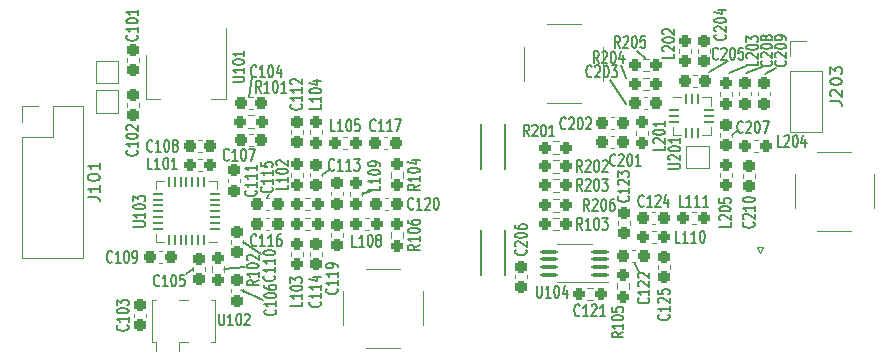
<source format=gto>
%TF.GenerationSoftware,KiCad,Pcbnew,6.0.0*%
%TF.CreationDate,2022-01-11T02:49:15-08:00*%
%TF.ProjectId,ax5043,61783530-3433-42e6-9b69-6361645f7063,rev?*%
%TF.SameCoordinates,Original*%
%TF.FileFunction,Legend,Top*%
%TF.FilePolarity,Positive*%
%FSLAX46Y46*%
G04 Gerber Fmt 4.6, Leading zero omitted, Abs format (unit mm)*
G04 Created by KiCad (PCBNEW 6.0.0) date 2022-01-11 02:49:15*
%MOMM*%
%LPD*%
G01*
G04 APERTURE LIST*
G04 Aperture macros list*
%AMRoundRect*
0 Rectangle with rounded corners*
0 $1 Rounding radius*
0 $2 $3 $4 $5 $6 $7 $8 $9 X,Y pos of 4 corners*
0 Add a 4 corners polygon primitive as box body*
4,1,4,$2,$3,$4,$5,$6,$7,$8,$9,$2,$3,0*
0 Add four circle primitives for the rounded corners*
1,1,$1+$1,$2,$3*
1,1,$1+$1,$4,$5*
1,1,$1+$1,$6,$7*
1,1,$1+$1,$8,$9*
0 Add four rect primitives between the rounded corners*
20,1,$1+$1,$2,$3,$4,$5,0*
20,1,$1+$1,$4,$5,$6,$7,0*
20,1,$1+$1,$6,$7,$8,$9,0*
20,1,$1+$1,$8,$9,$2,$3,0*%
G04 Aperture macros list end*
%ADD10C,0.150000*%
%ADD11C,0.153000*%
%ADD12C,0.120000*%
%ADD13RoundRect,0.237500X-0.237500X0.300000X-0.237500X-0.300000X0.237500X-0.300000X0.237500X0.300000X0*%
%ADD14RoundRect,0.237500X0.237500X-0.300000X0.237500X0.300000X-0.237500X0.300000X-0.237500X-0.300000X0*%
%ADD15RoundRect,0.237500X-0.300000X-0.237500X0.300000X-0.237500X0.300000X0.237500X-0.300000X0.237500X0*%
%ADD16RoundRect,0.237500X0.300000X0.237500X-0.300000X0.237500X-0.300000X-0.237500X0.300000X-0.237500X0*%
%ADD17C,2.600000*%
%ADD18C,3.800000*%
%ADD19RoundRect,0.062500X0.337500X0.062500X-0.337500X0.062500X-0.337500X-0.062500X0.337500X-0.062500X0*%
%ADD20RoundRect,0.062500X0.062500X0.337500X-0.062500X0.337500X-0.062500X-0.337500X0.062500X-0.337500X0*%
%ADD21R,3.350000X3.350000*%
%ADD22RoundRect,0.237500X-0.287500X-0.237500X0.287500X-0.237500X0.287500X0.237500X-0.287500X0.237500X0*%
%ADD23RoundRect,0.237500X-0.237500X0.287500X-0.237500X-0.287500X0.237500X-0.287500X0.237500X0.287500X0*%
%ADD24RoundRect,0.062500X-0.350000X-0.062500X0.350000X-0.062500X0.350000X0.062500X-0.350000X0.062500X0*%
%ADD25RoundRect,0.062500X-0.062500X-0.350000X0.062500X-0.350000X0.062500X0.350000X-0.062500X0.350000X0*%
%ADD26R,1.650000X1.650000*%
%ADD27RoundRect,0.237500X0.237500X-0.287500X0.237500X0.287500X-0.237500X0.287500X-0.237500X-0.287500X0*%
%ADD28R,1.700000X1.700000*%
%ADD29O,1.700000X1.700000*%
%ADD30R,1.540000X1.800000*%
%ADD31RoundRect,0.237500X0.250000X0.237500X-0.250000X0.237500X-0.250000X-0.237500X0.250000X-0.237500X0*%
%ADD32R,1.500000X1.500000*%
%ADD33RoundRect,0.237500X0.237500X-0.250000X0.237500X0.250000X-0.237500X0.250000X-0.237500X-0.250000X0*%
%ADD34RoundRect,0.237500X-0.237500X0.250000X-0.237500X-0.250000X0.237500X-0.250000X0.237500X0.250000X0*%
%ADD35RoundRect,0.237500X-0.250000X-0.237500X0.250000X-0.237500X0.250000X0.237500X-0.250000X0.237500X0*%
%ADD36RoundRect,0.237500X0.287500X0.237500X-0.287500X0.237500X-0.287500X-0.237500X0.287500X-0.237500X0*%
%ADD37R,2.290000X5.080000*%
%ADD38R,2.420000X5.080000*%
%ADD39C,2.050000*%
%ADD40C,2.250000*%
%ADD41RoundRect,0.100000X0.625000X0.100000X-0.625000X0.100000X-0.625000X-0.100000X0.625000X-0.100000X0*%
%ADD42R,1.680000X1.880000*%
%ADD43R,1.500000X2.000000*%
%ADD44R,3.800000X2.000000*%
G04 APERTURE END LIST*
D10*
X114000000Y-55900000D02*
X115000000Y-55400000D01*
X71900000Y-66390000D02*
X72000000Y-66000000D01*
X71500000Y-75000000D02*
X69710000Y-74200000D01*
X102900000Y-71810000D02*
X103400000Y-72600000D01*
X65590000Y-72400000D02*
X65000000Y-72800000D01*
X79910000Y-66000000D02*
X80700000Y-65800000D01*
X92000000Y-69100000D02*
X92000000Y-72900000D01*
X101800000Y-55100000D02*
X102300000Y-56200000D01*
X76510000Y-64400000D02*
X77100000Y-64000000D01*
X110900000Y-54800000D02*
X109300000Y-55700000D01*
X92000000Y-60100000D02*
X92000000Y-63900000D01*
X102300000Y-58400000D02*
X100900000Y-56400000D01*
X112400000Y-55800000D02*
X113800000Y-55300000D01*
X111253750Y-61037500D02*
X111700000Y-60700000D01*
X103918750Y-54615000D02*
X103200000Y-53900000D01*
X90000000Y-60100000D02*
X90000000Y-63900000D01*
X111000000Y-55800000D02*
X112400000Y-55200000D01*
X71400000Y-71100000D02*
X69810000Y-70100000D01*
X90000000Y-69100000D02*
X90000000Y-72900000D01*
X70600000Y-56100000D02*
X70353733Y-57790000D01*
X70000000Y-72200000D02*
X68222500Y-72400000D01*
D11*
%TO.C,C101*%
X60857142Y-52589285D02*
X60904761Y-52625000D01*
X60952380Y-52732142D01*
X60952380Y-52803571D01*
X60904761Y-52910714D01*
X60809523Y-52982142D01*
X60714285Y-53017857D01*
X60523809Y-53053571D01*
X60380952Y-53053571D01*
X60190476Y-53017857D01*
X60095238Y-52982142D01*
X60000000Y-52910714D01*
X59952380Y-52803571D01*
X59952380Y-52732142D01*
X60000000Y-52625000D01*
X60047619Y-52589285D01*
X60952380Y-51875000D02*
X60952380Y-52303571D01*
X60952380Y-52089285D02*
X59952380Y-52089285D01*
X60095238Y-52160714D01*
X60190476Y-52232142D01*
X60238095Y-52303571D01*
X59952380Y-51410714D02*
X59952380Y-51339285D01*
X60000000Y-51267857D01*
X60047619Y-51232142D01*
X60142857Y-51196428D01*
X60333333Y-51160714D01*
X60571428Y-51160714D01*
X60761904Y-51196428D01*
X60857142Y-51232142D01*
X60904761Y-51267857D01*
X60952380Y-51339285D01*
X60952380Y-51410714D01*
X60904761Y-51482142D01*
X60857142Y-51517857D01*
X60761904Y-51553571D01*
X60571428Y-51589285D01*
X60333333Y-51589285D01*
X60142857Y-51553571D01*
X60047619Y-51517857D01*
X60000000Y-51482142D01*
X59952380Y-51410714D01*
X60952380Y-50446428D02*
X60952380Y-50875000D01*
X60952380Y-50660714D02*
X59952380Y-50660714D01*
X60095238Y-50732142D01*
X60190476Y-50803571D01*
X60238095Y-50875000D01*
%TO.C,C210*%
X113057142Y-68439285D02*
X113104761Y-68475000D01*
X113152380Y-68582142D01*
X113152380Y-68653571D01*
X113104761Y-68760714D01*
X113009523Y-68832142D01*
X112914285Y-68867857D01*
X112723809Y-68903571D01*
X112580952Y-68903571D01*
X112390476Y-68867857D01*
X112295238Y-68832142D01*
X112200000Y-68760714D01*
X112152380Y-68653571D01*
X112152380Y-68582142D01*
X112200000Y-68475000D01*
X112247619Y-68439285D01*
X112247619Y-68153571D02*
X112200000Y-68117857D01*
X112152380Y-68046428D01*
X112152380Y-67867857D01*
X112200000Y-67796428D01*
X112247619Y-67760714D01*
X112342857Y-67725000D01*
X112438095Y-67725000D01*
X112580952Y-67760714D01*
X113152380Y-68189285D01*
X113152380Y-67725000D01*
X113152380Y-67010714D02*
X113152380Y-67439285D01*
X113152380Y-67225000D02*
X112152380Y-67225000D01*
X112295238Y-67296428D01*
X112390476Y-67367857D01*
X112438095Y-67439285D01*
X112152380Y-66546428D02*
X112152380Y-66475000D01*
X112200000Y-66403571D01*
X112247619Y-66367857D01*
X112342857Y-66332142D01*
X112533333Y-66296428D01*
X112771428Y-66296428D01*
X112961904Y-66332142D01*
X113057142Y-66367857D01*
X113104761Y-66403571D01*
X113152380Y-66475000D01*
X113152380Y-66546428D01*
X113104761Y-66617857D01*
X113057142Y-66653571D01*
X112961904Y-66689285D01*
X112771428Y-66725000D01*
X112533333Y-66725000D01*
X112342857Y-66689285D01*
X112247619Y-66653571D01*
X112200000Y-66617857D01*
X112152380Y-66546428D01*
%TO.C,C116*%
X70960714Y-70357142D02*
X70925000Y-70404761D01*
X70817857Y-70452380D01*
X70746428Y-70452380D01*
X70639285Y-70404761D01*
X70567857Y-70309523D01*
X70532142Y-70214285D01*
X70496428Y-70023809D01*
X70496428Y-69880952D01*
X70532142Y-69690476D01*
X70567857Y-69595238D01*
X70639285Y-69500000D01*
X70746428Y-69452380D01*
X70817857Y-69452380D01*
X70925000Y-69500000D01*
X70960714Y-69547619D01*
X71675000Y-70452380D02*
X71246428Y-70452380D01*
X71460714Y-70452380D02*
X71460714Y-69452380D01*
X71389285Y-69595238D01*
X71317857Y-69690476D01*
X71246428Y-69738095D01*
X72389285Y-70452380D02*
X71960714Y-70452380D01*
X72175000Y-70452380D02*
X72175000Y-69452380D01*
X72103571Y-69595238D01*
X72032142Y-69690476D01*
X71960714Y-69738095D01*
X73032142Y-69452380D02*
X72889285Y-69452380D01*
X72817857Y-69500000D01*
X72782142Y-69547619D01*
X72710714Y-69690476D01*
X72675000Y-69880952D01*
X72675000Y-70261904D01*
X72710714Y-70357142D01*
X72746428Y-70404761D01*
X72817857Y-70452380D01*
X72960714Y-70452380D01*
X73032142Y-70404761D01*
X73067857Y-70357142D01*
X73103571Y-70261904D01*
X73103571Y-70023809D01*
X73067857Y-69928571D01*
X73032142Y-69880952D01*
X72960714Y-69833333D01*
X72817857Y-69833333D01*
X72746428Y-69880952D01*
X72710714Y-69928571D01*
X72675000Y-70023809D01*
%TO.C,C120*%
X84260714Y-67257142D02*
X84225000Y-67304761D01*
X84117857Y-67352380D01*
X84046428Y-67352380D01*
X83939285Y-67304761D01*
X83867857Y-67209523D01*
X83832142Y-67114285D01*
X83796428Y-66923809D01*
X83796428Y-66780952D01*
X83832142Y-66590476D01*
X83867857Y-66495238D01*
X83939285Y-66400000D01*
X84046428Y-66352380D01*
X84117857Y-66352380D01*
X84225000Y-66400000D01*
X84260714Y-66447619D01*
X84975000Y-67352380D02*
X84546428Y-67352380D01*
X84760714Y-67352380D02*
X84760714Y-66352380D01*
X84689285Y-66495238D01*
X84617857Y-66590476D01*
X84546428Y-66638095D01*
X85260714Y-66447619D02*
X85296428Y-66400000D01*
X85367857Y-66352380D01*
X85546428Y-66352380D01*
X85617857Y-66400000D01*
X85653571Y-66447619D01*
X85689285Y-66542857D01*
X85689285Y-66638095D01*
X85653571Y-66780952D01*
X85225000Y-67352380D01*
X85689285Y-67352380D01*
X86153571Y-66352380D02*
X86225000Y-66352380D01*
X86296428Y-66400000D01*
X86332142Y-66447619D01*
X86367857Y-66542857D01*
X86403571Y-66733333D01*
X86403571Y-66971428D01*
X86367857Y-67161904D01*
X86332142Y-67257142D01*
X86296428Y-67304761D01*
X86225000Y-67352380D01*
X86153571Y-67352380D01*
X86082142Y-67304761D01*
X86046428Y-67257142D01*
X86010714Y-67161904D01*
X85975000Y-66971428D01*
X85975000Y-66733333D01*
X86010714Y-66542857D01*
X86046428Y-66447619D01*
X86082142Y-66400000D01*
X86153571Y-66352380D01*
%TO.C,C107*%
X68660714Y-63107142D02*
X68625000Y-63154761D01*
X68517857Y-63202380D01*
X68446428Y-63202380D01*
X68339285Y-63154761D01*
X68267857Y-63059523D01*
X68232142Y-62964285D01*
X68196428Y-62773809D01*
X68196428Y-62630952D01*
X68232142Y-62440476D01*
X68267857Y-62345238D01*
X68339285Y-62250000D01*
X68446428Y-62202380D01*
X68517857Y-62202380D01*
X68625000Y-62250000D01*
X68660714Y-62297619D01*
X69375000Y-63202380D02*
X68946428Y-63202380D01*
X69160714Y-63202380D02*
X69160714Y-62202380D01*
X69089285Y-62345238D01*
X69017857Y-62440476D01*
X68946428Y-62488095D01*
X69839285Y-62202380D02*
X69910714Y-62202380D01*
X69982142Y-62250000D01*
X70017857Y-62297619D01*
X70053571Y-62392857D01*
X70089285Y-62583333D01*
X70089285Y-62821428D01*
X70053571Y-63011904D01*
X70017857Y-63107142D01*
X69982142Y-63154761D01*
X69910714Y-63202380D01*
X69839285Y-63202380D01*
X69767857Y-63154761D01*
X69732142Y-63107142D01*
X69696428Y-63011904D01*
X69660714Y-62821428D01*
X69660714Y-62583333D01*
X69696428Y-62392857D01*
X69732142Y-62297619D01*
X69767857Y-62250000D01*
X69839285Y-62202380D01*
X70339285Y-62202380D02*
X70839285Y-62202380D01*
X70517857Y-63202380D01*
%TO.C,U103*%
X60552380Y-68785714D02*
X61361904Y-68785714D01*
X61457142Y-68750000D01*
X61504761Y-68714285D01*
X61552380Y-68642857D01*
X61552380Y-68500000D01*
X61504761Y-68428571D01*
X61457142Y-68392857D01*
X61361904Y-68357142D01*
X60552380Y-68357142D01*
X61552380Y-67607142D02*
X61552380Y-68035714D01*
X61552380Y-67821428D02*
X60552380Y-67821428D01*
X60695238Y-67892857D01*
X60790476Y-67964285D01*
X60838095Y-68035714D01*
X60552380Y-67142857D02*
X60552380Y-67071428D01*
X60600000Y-67000000D01*
X60647619Y-66964285D01*
X60742857Y-66928571D01*
X60933333Y-66892857D01*
X61171428Y-66892857D01*
X61361904Y-66928571D01*
X61457142Y-66964285D01*
X61504761Y-67000000D01*
X61552380Y-67071428D01*
X61552380Y-67142857D01*
X61504761Y-67214285D01*
X61457142Y-67250000D01*
X61361904Y-67285714D01*
X61171428Y-67321428D01*
X60933333Y-67321428D01*
X60742857Y-67285714D01*
X60647619Y-67250000D01*
X60600000Y-67214285D01*
X60552380Y-67142857D01*
X60552380Y-66642857D02*
X60552380Y-66178571D01*
X60933333Y-66428571D01*
X60933333Y-66321428D01*
X60980952Y-66250000D01*
X61028571Y-66214285D01*
X61123809Y-66178571D01*
X61361904Y-66178571D01*
X61457142Y-66214285D01*
X61504761Y-66250000D01*
X61552380Y-66321428D01*
X61552380Y-66535714D01*
X61504761Y-66607142D01*
X61457142Y-66642857D01*
%TO.C,C204*%
X110657142Y-52539285D02*
X110704761Y-52575000D01*
X110752380Y-52682142D01*
X110752380Y-52753571D01*
X110704761Y-52860714D01*
X110609523Y-52932142D01*
X110514285Y-52967857D01*
X110323809Y-53003571D01*
X110180952Y-53003571D01*
X109990476Y-52967857D01*
X109895238Y-52932142D01*
X109800000Y-52860714D01*
X109752380Y-52753571D01*
X109752380Y-52682142D01*
X109800000Y-52575000D01*
X109847619Y-52539285D01*
X109847619Y-52253571D02*
X109800000Y-52217857D01*
X109752380Y-52146428D01*
X109752380Y-51967857D01*
X109800000Y-51896428D01*
X109847619Y-51860714D01*
X109942857Y-51825000D01*
X110038095Y-51825000D01*
X110180952Y-51860714D01*
X110752380Y-52289285D01*
X110752380Y-51825000D01*
X109752380Y-51360714D02*
X109752380Y-51289285D01*
X109800000Y-51217857D01*
X109847619Y-51182142D01*
X109942857Y-51146428D01*
X110133333Y-51110714D01*
X110371428Y-51110714D01*
X110561904Y-51146428D01*
X110657142Y-51182142D01*
X110704761Y-51217857D01*
X110752380Y-51289285D01*
X110752380Y-51360714D01*
X110704761Y-51432142D01*
X110657142Y-51467857D01*
X110561904Y-51503571D01*
X110371428Y-51539285D01*
X110133333Y-51539285D01*
X109942857Y-51503571D01*
X109847619Y-51467857D01*
X109800000Y-51432142D01*
X109752380Y-51360714D01*
X110085714Y-50467857D02*
X110752380Y-50467857D01*
X109704761Y-50646428D02*
X110419047Y-50825000D01*
X110419047Y-50360714D01*
%TO.C,L204*%
X115460714Y-62052380D02*
X115103571Y-62052380D01*
X115103571Y-61052380D01*
X115675000Y-61147619D02*
X115710714Y-61100000D01*
X115782142Y-61052380D01*
X115960714Y-61052380D01*
X116032142Y-61100000D01*
X116067857Y-61147619D01*
X116103571Y-61242857D01*
X116103571Y-61338095D01*
X116067857Y-61480952D01*
X115639285Y-62052380D01*
X116103571Y-62052380D01*
X116567857Y-61052380D02*
X116639285Y-61052380D01*
X116710714Y-61100000D01*
X116746428Y-61147619D01*
X116782142Y-61242857D01*
X116817857Y-61433333D01*
X116817857Y-61671428D01*
X116782142Y-61861904D01*
X116746428Y-61957142D01*
X116710714Y-62004761D01*
X116639285Y-62052380D01*
X116567857Y-62052380D01*
X116496428Y-62004761D01*
X116460714Y-61957142D01*
X116425000Y-61861904D01*
X116389285Y-61671428D01*
X116389285Y-61433333D01*
X116425000Y-61242857D01*
X116460714Y-61147619D01*
X116496428Y-61100000D01*
X116567857Y-61052380D01*
X117460714Y-61385714D02*
X117460714Y-62052380D01*
X117282142Y-61004761D02*
X117103571Y-61719047D01*
X117567857Y-61719047D01*
%TO.C,L205*%
X111152380Y-68439285D02*
X111152380Y-68796428D01*
X110152380Y-68796428D01*
X110247619Y-68225000D02*
X110200000Y-68189285D01*
X110152380Y-68117857D01*
X110152380Y-67939285D01*
X110200000Y-67867857D01*
X110247619Y-67832142D01*
X110342857Y-67796428D01*
X110438095Y-67796428D01*
X110580952Y-67832142D01*
X111152380Y-68260714D01*
X111152380Y-67796428D01*
X110152380Y-67332142D02*
X110152380Y-67260714D01*
X110200000Y-67189285D01*
X110247619Y-67153571D01*
X110342857Y-67117857D01*
X110533333Y-67082142D01*
X110771428Y-67082142D01*
X110961904Y-67117857D01*
X111057142Y-67153571D01*
X111104761Y-67189285D01*
X111152380Y-67260714D01*
X111152380Y-67332142D01*
X111104761Y-67403571D01*
X111057142Y-67439285D01*
X110961904Y-67475000D01*
X110771428Y-67510714D01*
X110533333Y-67510714D01*
X110342857Y-67475000D01*
X110247619Y-67439285D01*
X110200000Y-67403571D01*
X110152380Y-67332142D01*
X110152380Y-66403571D02*
X110152380Y-66760714D01*
X110628571Y-66796428D01*
X110580952Y-66760714D01*
X110533333Y-66689285D01*
X110533333Y-66510714D01*
X110580952Y-66439285D01*
X110628571Y-66403571D01*
X110723809Y-66367857D01*
X110961904Y-66367857D01*
X111057142Y-66403571D01*
X111104761Y-66439285D01*
X111152380Y-66510714D01*
X111152380Y-66689285D01*
X111104761Y-66760714D01*
X111057142Y-66796428D01*
D10*
%TO.C,U201*%
X105852380Y-63885714D02*
X106661904Y-63885714D01*
X106757142Y-63850000D01*
X106804761Y-63814285D01*
X106852380Y-63742857D01*
X106852380Y-63600000D01*
X106804761Y-63528571D01*
X106757142Y-63492857D01*
X106661904Y-63457142D01*
X105852380Y-63457142D01*
X105947619Y-63135714D02*
X105900000Y-63100000D01*
X105852380Y-63028571D01*
X105852380Y-62850000D01*
X105900000Y-62778571D01*
X105947619Y-62742857D01*
X106042857Y-62707142D01*
X106138095Y-62707142D01*
X106280952Y-62742857D01*
X106852380Y-63171428D01*
X106852380Y-62707142D01*
X105852380Y-62242857D02*
X105852380Y-62171428D01*
X105900000Y-62100000D01*
X105947619Y-62064285D01*
X106042857Y-62028571D01*
X106233333Y-61992857D01*
X106471428Y-61992857D01*
X106661904Y-62028571D01*
X106757142Y-62064285D01*
X106804761Y-62100000D01*
X106852380Y-62171428D01*
X106852380Y-62242857D01*
X106804761Y-62314285D01*
X106757142Y-62350000D01*
X106661904Y-62385714D01*
X106471428Y-62421428D01*
X106233333Y-62421428D01*
X106042857Y-62385714D01*
X105947619Y-62350000D01*
X105900000Y-62314285D01*
X105852380Y-62242857D01*
X106852380Y-61278571D02*
X106852380Y-61707142D01*
X106852380Y-61492857D02*
X105852380Y-61492857D01*
X105995238Y-61564285D01*
X106090476Y-61635714D01*
X106138095Y-61707142D01*
D11*
%TO.C,C115*%
X72257142Y-65439285D02*
X72304761Y-65475000D01*
X72352380Y-65582142D01*
X72352380Y-65653571D01*
X72304761Y-65760714D01*
X72209523Y-65832142D01*
X72114285Y-65867857D01*
X71923809Y-65903571D01*
X71780952Y-65903571D01*
X71590476Y-65867857D01*
X71495238Y-65832142D01*
X71400000Y-65760714D01*
X71352380Y-65653571D01*
X71352380Y-65582142D01*
X71400000Y-65475000D01*
X71447619Y-65439285D01*
X72352380Y-64725000D02*
X72352380Y-65153571D01*
X72352380Y-64939285D02*
X71352380Y-64939285D01*
X71495238Y-65010714D01*
X71590476Y-65082142D01*
X71638095Y-65153571D01*
X72352380Y-64010714D02*
X72352380Y-64439285D01*
X72352380Y-64225000D02*
X71352380Y-64225000D01*
X71495238Y-64296428D01*
X71590476Y-64367857D01*
X71638095Y-64439285D01*
X71352380Y-63332142D02*
X71352380Y-63689285D01*
X71828571Y-63725000D01*
X71780952Y-63689285D01*
X71733333Y-63617857D01*
X71733333Y-63439285D01*
X71780952Y-63367857D01*
X71828571Y-63332142D01*
X71923809Y-63296428D01*
X72161904Y-63296428D01*
X72257142Y-63332142D01*
X72304761Y-63367857D01*
X72352380Y-63439285D01*
X72352380Y-63617857D01*
X72304761Y-63689285D01*
X72257142Y-63725000D01*
%TO.C,L109*%
X81452380Y-65339285D02*
X81452380Y-65696428D01*
X80452380Y-65696428D01*
X81452380Y-64696428D02*
X81452380Y-65125000D01*
X81452380Y-64910714D02*
X80452380Y-64910714D01*
X80595238Y-64982142D01*
X80690476Y-65053571D01*
X80738095Y-65125000D01*
X80452380Y-64232142D02*
X80452380Y-64160714D01*
X80500000Y-64089285D01*
X80547619Y-64053571D01*
X80642857Y-64017857D01*
X80833333Y-63982142D01*
X81071428Y-63982142D01*
X81261904Y-64017857D01*
X81357142Y-64053571D01*
X81404761Y-64089285D01*
X81452380Y-64160714D01*
X81452380Y-64232142D01*
X81404761Y-64303571D01*
X81357142Y-64339285D01*
X81261904Y-64375000D01*
X81071428Y-64410714D01*
X80833333Y-64410714D01*
X80642857Y-64375000D01*
X80547619Y-64339285D01*
X80500000Y-64303571D01*
X80452380Y-64232142D01*
X81452380Y-63625000D02*
X81452380Y-63482142D01*
X81404761Y-63410714D01*
X81357142Y-63375000D01*
X81214285Y-63303571D01*
X81023809Y-63267857D01*
X80642857Y-63267857D01*
X80547619Y-63303571D01*
X80500000Y-63339285D01*
X80452380Y-63410714D01*
X80452380Y-63553571D01*
X80500000Y-63625000D01*
X80547619Y-63660714D01*
X80642857Y-63696428D01*
X80880952Y-63696428D01*
X80976190Y-63660714D01*
X81023809Y-63625000D01*
X81071428Y-63553571D01*
X81071428Y-63410714D01*
X81023809Y-63339285D01*
X80976190Y-63303571D01*
X80880952Y-63267857D01*
%TO.C,C202*%
X97160714Y-60457142D02*
X97125000Y-60504761D01*
X97017857Y-60552380D01*
X96946428Y-60552380D01*
X96839285Y-60504761D01*
X96767857Y-60409523D01*
X96732142Y-60314285D01*
X96696428Y-60123809D01*
X96696428Y-59980952D01*
X96732142Y-59790476D01*
X96767857Y-59695238D01*
X96839285Y-59600000D01*
X96946428Y-59552380D01*
X97017857Y-59552380D01*
X97125000Y-59600000D01*
X97160714Y-59647619D01*
X97446428Y-59647619D02*
X97482142Y-59600000D01*
X97553571Y-59552380D01*
X97732142Y-59552380D01*
X97803571Y-59600000D01*
X97839285Y-59647619D01*
X97875000Y-59742857D01*
X97875000Y-59838095D01*
X97839285Y-59980952D01*
X97410714Y-60552380D01*
X97875000Y-60552380D01*
X98339285Y-59552380D02*
X98410714Y-59552380D01*
X98482142Y-59600000D01*
X98517857Y-59647619D01*
X98553571Y-59742857D01*
X98589285Y-59933333D01*
X98589285Y-60171428D01*
X98553571Y-60361904D01*
X98517857Y-60457142D01*
X98482142Y-60504761D01*
X98410714Y-60552380D01*
X98339285Y-60552380D01*
X98267857Y-60504761D01*
X98232142Y-60457142D01*
X98196428Y-60361904D01*
X98160714Y-60171428D01*
X98160714Y-59933333D01*
X98196428Y-59742857D01*
X98232142Y-59647619D01*
X98267857Y-59600000D01*
X98339285Y-59552380D01*
X98875000Y-59647619D02*
X98910714Y-59600000D01*
X98982142Y-59552380D01*
X99160714Y-59552380D01*
X99232142Y-59600000D01*
X99267857Y-59647619D01*
X99303571Y-59742857D01*
X99303571Y-59838095D01*
X99267857Y-59980952D01*
X98839285Y-60552380D01*
X99303571Y-60552380D01*
%TO.C,L111*%
X107160714Y-67122380D02*
X106803571Y-67122380D01*
X106803571Y-66122380D01*
X107803571Y-67122380D02*
X107375000Y-67122380D01*
X107589285Y-67122380D02*
X107589285Y-66122380D01*
X107517857Y-66265238D01*
X107446428Y-66360476D01*
X107375000Y-66408095D01*
X108517857Y-67122380D02*
X108089285Y-67122380D01*
X108303571Y-67122380D02*
X108303571Y-66122380D01*
X108232142Y-66265238D01*
X108160714Y-66360476D01*
X108089285Y-66408095D01*
X109232142Y-67122380D02*
X108803571Y-67122380D01*
X109017857Y-67122380D02*
X109017857Y-66122380D01*
X108946428Y-66265238D01*
X108875000Y-66360476D01*
X108803571Y-66408095D01*
%TO.C,J203*%
X119552380Y-58185714D02*
X120266666Y-58185714D01*
X120409523Y-58233333D01*
X120504761Y-58328571D01*
X120552380Y-58471428D01*
X120552380Y-58566666D01*
X119647619Y-57757142D02*
X119600000Y-57709523D01*
X119552380Y-57614285D01*
X119552380Y-57376190D01*
X119600000Y-57280952D01*
X119647619Y-57233333D01*
X119742857Y-57185714D01*
X119838095Y-57185714D01*
X119980952Y-57233333D01*
X120552380Y-57804761D01*
X120552380Y-57185714D01*
X119552380Y-56566666D02*
X119552380Y-56471428D01*
X119600000Y-56376190D01*
X119647619Y-56328571D01*
X119742857Y-56280952D01*
X119933333Y-56233333D01*
X120171428Y-56233333D01*
X120361904Y-56280952D01*
X120457142Y-56328571D01*
X120504761Y-56376190D01*
X120552380Y-56471428D01*
X120552380Y-56566666D01*
X120504761Y-56661904D01*
X120457142Y-56709523D01*
X120361904Y-56757142D01*
X120171428Y-56804761D01*
X119933333Y-56804761D01*
X119742857Y-56757142D01*
X119647619Y-56709523D01*
X119600000Y-56661904D01*
X119552380Y-56566666D01*
X119552380Y-55900000D02*
X119552380Y-55280952D01*
X119933333Y-55614285D01*
X119933333Y-55471428D01*
X119980952Y-55376190D01*
X120028571Y-55328571D01*
X120123809Y-55280952D01*
X120361904Y-55280952D01*
X120457142Y-55328571D01*
X120504761Y-55376190D01*
X120552380Y-55471428D01*
X120552380Y-55757142D01*
X120504761Y-55852380D01*
X120457142Y-55900000D01*
D10*
%TO.C,C206*%
X93757142Y-70739285D02*
X93804761Y-70775000D01*
X93852380Y-70882142D01*
X93852380Y-70953571D01*
X93804761Y-71060714D01*
X93709523Y-71132142D01*
X93614285Y-71167857D01*
X93423809Y-71203571D01*
X93280952Y-71203571D01*
X93090476Y-71167857D01*
X92995238Y-71132142D01*
X92900000Y-71060714D01*
X92852380Y-70953571D01*
X92852380Y-70882142D01*
X92900000Y-70775000D01*
X92947619Y-70739285D01*
X92947619Y-70453571D02*
X92900000Y-70417857D01*
X92852380Y-70346428D01*
X92852380Y-70167857D01*
X92900000Y-70096428D01*
X92947619Y-70060714D01*
X93042857Y-70025000D01*
X93138095Y-70025000D01*
X93280952Y-70060714D01*
X93852380Y-70489285D01*
X93852380Y-70025000D01*
X92852380Y-69560714D02*
X92852380Y-69489285D01*
X92900000Y-69417857D01*
X92947619Y-69382142D01*
X93042857Y-69346428D01*
X93233333Y-69310714D01*
X93471428Y-69310714D01*
X93661904Y-69346428D01*
X93757142Y-69382142D01*
X93804761Y-69417857D01*
X93852380Y-69489285D01*
X93852380Y-69560714D01*
X93804761Y-69632142D01*
X93757142Y-69667857D01*
X93661904Y-69703571D01*
X93471428Y-69739285D01*
X93233333Y-69739285D01*
X93042857Y-69703571D01*
X92947619Y-69667857D01*
X92900000Y-69632142D01*
X92852380Y-69560714D01*
X92852380Y-68667857D02*
X92852380Y-68810714D01*
X92900000Y-68882142D01*
X92947619Y-68917857D01*
X93090476Y-68989285D01*
X93280952Y-69025000D01*
X93661904Y-69025000D01*
X93757142Y-68989285D01*
X93804761Y-68953571D01*
X93852380Y-68882142D01*
X93852380Y-68739285D01*
X93804761Y-68667857D01*
X93757142Y-68632142D01*
X93661904Y-68596428D01*
X93423809Y-68596428D01*
X93328571Y-68632142D01*
X93280952Y-68667857D01*
X93233333Y-68739285D01*
X93233333Y-68882142D01*
X93280952Y-68953571D01*
X93328571Y-68989285D01*
X93423809Y-69025000D01*
D11*
%TO.C,J101*%
X56702380Y-66285714D02*
X57416666Y-66285714D01*
X57559523Y-66333333D01*
X57654761Y-66428571D01*
X57702380Y-66571428D01*
X57702380Y-66666666D01*
X57702380Y-65285714D02*
X57702380Y-65857142D01*
X57702380Y-65571428D02*
X56702380Y-65571428D01*
X56845238Y-65666666D01*
X56940476Y-65761904D01*
X56988095Y-65857142D01*
X56702380Y-64666666D02*
X56702380Y-64571428D01*
X56750000Y-64476190D01*
X56797619Y-64428571D01*
X56892857Y-64380952D01*
X57083333Y-64333333D01*
X57321428Y-64333333D01*
X57511904Y-64380952D01*
X57607142Y-64428571D01*
X57654761Y-64476190D01*
X57702380Y-64571428D01*
X57702380Y-64666666D01*
X57654761Y-64761904D01*
X57607142Y-64809523D01*
X57511904Y-64857142D01*
X57321428Y-64904761D01*
X57083333Y-64904761D01*
X56892857Y-64857142D01*
X56797619Y-64809523D01*
X56750000Y-64761904D01*
X56702380Y-64666666D01*
X57702380Y-63380952D02*
X57702380Y-63952380D01*
X57702380Y-63666666D02*
X56702380Y-63666666D01*
X56845238Y-63761904D01*
X56940476Y-63857142D01*
X56988095Y-63952380D01*
D10*
%TO.C,U102*%
X67814285Y-76152380D02*
X67814285Y-76961904D01*
X67850000Y-77057142D01*
X67885714Y-77104761D01*
X67957142Y-77152380D01*
X68100000Y-77152380D01*
X68171428Y-77104761D01*
X68207142Y-77057142D01*
X68242857Y-76961904D01*
X68242857Y-76152380D01*
X68992857Y-77152380D02*
X68564285Y-77152380D01*
X68778571Y-77152380D02*
X68778571Y-76152380D01*
X68707142Y-76295238D01*
X68635714Y-76390476D01*
X68564285Y-76438095D01*
X69457142Y-76152380D02*
X69528571Y-76152380D01*
X69600000Y-76200000D01*
X69635714Y-76247619D01*
X69671428Y-76342857D01*
X69707142Y-76533333D01*
X69707142Y-76771428D01*
X69671428Y-76961904D01*
X69635714Y-77057142D01*
X69600000Y-77104761D01*
X69528571Y-77152380D01*
X69457142Y-77152380D01*
X69385714Y-77104761D01*
X69350000Y-77057142D01*
X69314285Y-76961904D01*
X69278571Y-76771428D01*
X69278571Y-76533333D01*
X69314285Y-76342857D01*
X69350000Y-76247619D01*
X69385714Y-76200000D01*
X69457142Y-76152380D01*
X69992857Y-76247619D02*
X70028571Y-76200000D01*
X70100000Y-76152380D01*
X70278571Y-76152380D01*
X70350000Y-76200000D01*
X70385714Y-76247619D01*
X70421428Y-76342857D01*
X70421428Y-76438095D01*
X70385714Y-76580952D01*
X69957142Y-77152380D01*
X70421428Y-77152380D01*
D11*
%TO.C,C106*%
X72557142Y-75839285D02*
X72604761Y-75875000D01*
X72652380Y-75982142D01*
X72652380Y-76053571D01*
X72604761Y-76160714D01*
X72509523Y-76232142D01*
X72414285Y-76267857D01*
X72223809Y-76303571D01*
X72080952Y-76303571D01*
X71890476Y-76267857D01*
X71795238Y-76232142D01*
X71700000Y-76160714D01*
X71652380Y-76053571D01*
X71652380Y-75982142D01*
X71700000Y-75875000D01*
X71747619Y-75839285D01*
X72652380Y-75125000D02*
X72652380Y-75553571D01*
X72652380Y-75339285D02*
X71652380Y-75339285D01*
X71795238Y-75410714D01*
X71890476Y-75482142D01*
X71938095Y-75553571D01*
X71652380Y-74660714D02*
X71652380Y-74589285D01*
X71700000Y-74517857D01*
X71747619Y-74482142D01*
X71842857Y-74446428D01*
X72033333Y-74410714D01*
X72271428Y-74410714D01*
X72461904Y-74446428D01*
X72557142Y-74482142D01*
X72604761Y-74517857D01*
X72652380Y-74589285D01*
X72652380Y-74660714D01*
X72604761Y-74732142D01*
X72557142Y-74767857D01*
X72461904Y-74803571D01*
X72271428Y-74839285D01*
X72033333Y-74839285D01*
X71842857Y-74803571D01*
X71747619Y-74767857D01*
X71700000Y-74732142D01*
X71652380Y-74660714D01*
X71652380Y-73767857D02*
X71652380Y-73910714D01*
X71700000Y-73982142D01*
X71747619Y-74017857D01*
X71890476Y-74089285D01*
X72080952Y-74125000D01*
X72461904Y-74125000D01*
X72557142Y-74089285D01*
X72604761Y-74053571D01*
X72652380Y-73982142D01*
X72652380Y-73839285D01*
X72604761Y-73767857D01*
X72557142Y-73732142D01*
X72461904Y-73696428D01*
X72223809Y-73696428D01*
X72128571Y-73732142D01*
X72080952Y-73767857D01*
X72033333Y-73839285D01*
X72033333Y-73982142D01*
X72080952Y-74053571D01*
X72128571Y-74089285D01*
X72223809Y-74125000D01*
%TO.C,C119*%
X77757142Y-74039285D02*
X77804761Y-74075000D01*
X77852380Y-74182142D01*
X77852380Y-74253571D01*
X77804761Y-74360714D01*
X77709523Y-74432142D01*
X77614285Y-74467857D01*
X77423809Y-74503571D01*
X77280952Y-74503571D01*
X77090476Y-74467857D01*
X76995238Y-74432142D01*
X76900000Y-74360714D01*
X76852380Y-74253571D01*
X76852380Y-74182142D01*
X76900000Y-74075000D01*
X76947619Y-74039285D01*
X77852380Y-73325000D02*
X77852380Y-73753571D01*
X77852380Y-73539285D02*
X76852380Y-73539285D01*
X76995238Y-73610714D01*
X77090476Y-73682142D01*
X77138095Y-73753571D01*
X77852380Y-72610714D02*
X77852380Y-73039285D01*
X77852380Y-72825000D02*
X76852380Y-72825000D01*
X76995238Y-72896428D01*
X77090476Y-72967857D01*
X77138095Y-73039285D01*
X77852380Y-72253571D02*
X77852380Y-72110714D01*
X77804761Y-72039285D01*
X77757142Y-72003571D01*
X77614285Y-71932142D01*
X77423809Y-71896428D01*
X77042857Y-71896428D01*
X76947619Y-71932142D01*
X76900000Y-71967857D01*
X76852380Y-72039285D01*
X76852380Y-72182142D01*
X76900000Y-72253571D01*
X76947619Y-72289285D01*
X77042857Y-72325000D01*
X77280952Y-72325000D01*
X77376190Y-72289285D01*
X77423809Y-72253571D01*
X77471428Y-72182142D01*
X77471428Y-72039285D01*
X77423809Y-71967857D01*
X77376190Y-71932142D01*
X77280952Y-71896428D01*
%TO.C,C209*%
X115757142Y-54739285D02*
X115804761Y-54775000D01*
X115852380Y-54882142D01*
X115852380Y-54953571D01*
X115804761Y-55060714D01*
X115709523Y-55132142D01*
X115614285Y-55167857D01*
X115423809Y-55203571D01*
X115280952Y-55203571D01*
X115090476Y-55167857D01*
X114995238Y-55132142D01*
X114900000Y-55060714D01*
X114852380Y-54953571D01*
X114852380Y-54882142D01*
X114900000Y-54775000D01*
X114947619Y-54739285D01*
X114947619Y-54453571D02*
X114900000Y-54417857D01*
X114852380Y-54346428D01*
X114852380Y-54167857D01*
X114900000Y-54096428D01*
X114947619Y-54060714D01*
X115042857Y-54025000D01*
X115138095Y-54025000D01*
X115280952Y-54060714D01*
X115852380Y-54489285D01*
X115852380Y-54025000D01*
X114852380Y-53560714D02*
X114852380Y-53489285D01*
X114900000Y-53417857D01*
X114947619Y-53382142D01*
X115042857Y-53346428D01*
X115233333Y-53310714D01*
X115471428Y-53310714D01*
X115661904Y-53346428D01*
X115757142Y-53382142D01*
X115804761Y-53417857D01*
X115852380Y-53489285D01*
X115852380Y-53560714D01*
X115804761Y-53632142D01*
X115757142Y-53667857D01*
X115661904Y-53703571D01*
X115471428Y-53739285D01*
X115233333Y-53739285D01*
X115042857Y-53703571D01*
X114947619Y-53667857D01*
X114900000Y-53632142D01*
X114852380Y-53560714D01*
X115852380Y-52953571D02*
X115852380Y-52810714D01*
X115804761Y-52739285D01*
X115757142Y-52703571D01*
X115614285Y-52632142D01*
X115423809Y-52596428D01*
X115042857Y-52596428D01*
X114947619Y-52632142D01*
X114900000Y-52667857D01*
X114852380Y-52739285D01*
X114852380Y-52882142D01*
X114900000Y-52953571D01*
X114947619Y-52989285D01*
X115042857Y-53025000D01*
X115280952Y-53025000D01*
X115376190Y-52989285D01*
X115423809Y-52953571D01*
X115471428Y-52882142D01*
X115471428Y-52739285D01*
X115423809Y-52667857D01*
X115376190Y-52632142D01*
X115280952Y-52596428D01*
%TO.C,L103*%
X74852380Y-75139285D02*
X74852380Y-75496428D01*
X73852380Y-75496428D01*
X74852380Y-74496428D02*
X74852380Y-74925000D01*
X74852380Y-74710714D02*
X73852380Y-74710714D01*
X73995238Y-74782142D01*
X74090476Y-74853571D01*
X74138095Y-74925000D01*
X73852380Y-74032142D02*
X73852380Y-73960714D01*
X73900000Y-73889285D01*
X73947619Y-73853571D01*
X74042857Y-73817857D01*
X74233333Y-73782142D01*
X74471428Y-73782142D01*
X74661904Y-73817857D01*
X74757142Y-73853571D01*
X74804761Y-73889285D01*
X74852380Y-73960714D01*
X74852380Y-74032142D01*
X74804761Y-74103571D01*
X74757142Y-74139285D01*
X74661904Y-74175000D01*
X74471428Y-74210714D01*
X74233333Y-74210714D01*
X74042857Y-74175000D01*
X73947619Y-74139285D01*
X73900000Y-74103571D01*
X73852380Y-74032142D01*
X73852380Y-73532142D02*
X73852380Y-73067857D01*
X74233333Y-73317857D01*
X74233333Y-73210714D01*
X74280952Y-73139285D01*
X74328571Y-73103571D01*
X74423809Y-73067857D01*
X74661904Y-73067857D01*
X74757142Y-73103571D01*
X74804761Y-73139285D01*
X74852380Y-73210714D01*
X74852380Y-73425000D01*
X74804761Y-73496428D01*
X74757142Y-73532142D01*
%TO.C,R203*%
X98560714Y-65752380D02*
X98310714Y-65276190D01*
X98132142Y-65752380D02*
X98132142Y-64752380D01*
X98417857Y-64752380D01*
X98489285Y-64800000D01*
X98525000Y-64847619D01*
X98560714Y-64942857D01*
X98560714Y-65085714D01*
X98525000Y-65180952D01*
X98489285Y-65228571D01*
X98417857Y-65276190D01*
X98132142Y-65276190D01*
X98846428Y-64847619D02*
X98882142Y-64800000D01*
X98953571Y-64752380D01*
X99132142Y-64752380D01*
X99203571Y-64800000D01*
X99239285Y-64847619D01*
X99275000Y-64942857D01*
X99275000Y-65038095D01*
X99239285Y-65180952D01*
X98810714Y-65752380D01*
X99275000Y-65752380D01*
X99739285Y-64752380D02*
X99810714Y-64752380D01*
X99882142Y-64800000D01*
X99917857Y-64847619D01*
X99953571Y-64942857D01*
X99989285Y-65133333D01*
X99989285Y-65371428D01*
X99953571Y-65561904D01*
X99917857Y-65657142D01*
X99882142Y-65704761D01*
X99810714Y-65752380D01*
X99739285Y-65752380D01*
X99667857Y-65704761D01*
X99632142Y-65657142D01*
X99596428Y-65561904D01*
X99560714Y-65371428D01*
X99560714Y-65133333D01*
X99596428Y-64942857D01*
X99632142Y-64847619D01*
X99667857Y-64800000D01*
X99739285Y-64752380D01*
X100239285Y-64752380D02*
X100703571Y-64752380D01*
X100453571Y-65133333D01*
X100560714Y-65133333D01*
X100632142Y-65180952D01*
X100667857Y-65228571D01*
X100703571Y-65323809D01*
X100703571Y-65561904D01*
X100667857Y-65657142D01*
X100632142Y-65704761D01*
X100560714Y-65752380D01*
X100346428Y-65752380D01*
X100275000Y-65704761D01*
X100239285Y-65657142D01*
%TO.C,C123*%
X102457142Y-66239285D02*
X102504761Y-66275000D01*
X102552380Y-66382142D01*
X102552380Y-66453571D01*
X102504761Y-66560714D01*
X102409523Y-66632142D01*
X102314285Y-66667857D01*
X102123809Y-66703571D01*
X101980952Y-66703571D01*
X101790476Y-66667857D01*
X101695238Y-66632142D01*
X101600000Y-66560714D01*
X101552380Y-66453571D01*
X101552380Y-66382142D01*
X101600000Y-66275000D01*
X101647619Y-66239285D01*
X102552380Y-65525000D02*
X102552380Y-65953571D01*
X102552380Y-65739285D02*
X101552380Y-65739285D01*
X101695238Y-65810714D01*
X101790476Y-65882142D01*
X101838095Y-65953571D01*
X101647619Y-65239285D02*
X101600000Y-65203571D01*
X101552380Y-65132142D01*
X101552380Y-64953571D01*
X101600000Y-64882142D01*
X101647619Y-64846428D01*
X101742857Y-64810714D01*
X101838095Y-64810714D01*
X101980952Y-64846428D01*
X102552380Y-65275000D01*
X102552380Y-64810714D01*
X101552380Y-64560714D02*
X101552380Y-64096428D01*
X101933333Y-64346428D01*
X101933333Y-64239285D01*
X101980952Y-64167857D01*
X102028571Y-64132142D01*
X102123809Y-64096428D01*
X102361904Y-64096428D01*
X102457142Y-64132142D01*
X102504761Y-64167857D01*
X102552380Y-64239285D01*
X102552380Y-64453571D01*
X102504761Y-64525000D01*
X102457142Y-64560714D01*
%TO.C,R102*%
X71152380Y-73339285D02*
X70676190Y-73589285D01*
X71152380Y-73767857D02*
X70152380Y-73767857D01*
X70152380Y-73482142D01*
X70200000Y-73410714D01*
X70247619Y-73375000D01*
X70342857Y-73339285D01*
X70485714Y-73339285D01*
X70580952Y-73375000D01*
X70628571Y-73410714D01*
X70676190Y-73482142D01*
X70676190Y-73767857D01*
X71152380Y-72625000D02*
X71152380Y-73053571D01*
X71152380Y-72839285D02*
X70152380Y-72839285D01*
X70295238Y-72910714D01*
X70390476Y-72982142D01*
X70438095Y-73053571D01*
X70152380Y-72160714D02*
X70152380Y-72089285D01*
X70200000Y-72017857D01*
X70247619Y-71982142D01*
X70342857Y-71946428D01*
X70533333Y-71910714D01*
X70771428Y-71910714D01*
X70961904Y-71946428D01*
X71057142Y-71982142D01*
X71104761Y-72017857D01*
X71152380Y-72089285D01*
X71152380Y-72160714D01*
X71104761Y-72232142D01*
X71057142Y-72267857D01*
X70961904Y-72303571D01*
X70771428Y-72339285D01*
X70533333Y-72339285D01*
X70342857Y-72303571D01*
X70247619Y-72267857D01*
X70200000Y-72232142D01*
X70152380Y-72160714D01*
X70247619Y-71625000D02*
X70200000Y-71589285D01*
X70152380Y-71517857D01*
X70152380Y-71339285D01*
X70200000Y-71267857D01*
X70247619Y-71232142D01*
X70342857Y-71196428D01*
X70438095Y-71196428D01*
X70580952Y-71232142D01*
X71152380Y-71660714D01*
X71152380Y-71196428D01*
%TO.C,C121*%
X98360714Y-76287142D02*
X98325000Y-76334761D01*
X98217857Y-76382380D01*
X98146428Y-76382380D01*
X98039285Y-76334761D01*
X97967857Y-76239523D01*
X97932142Y-76144285D01*
X97896428Y-75953809D01*
X97896428Y-75810952D01*
X97932142Y-75620476D01*
X97967857Y-75525238D01*
X98039285Y-75430000D01*
X98146428Y-75382380D01*
X98217857Y-75382380D01*
X98325000Y-75430000D01*
X98360714Y-75477619D01*
X99075000Y-76382380D02*
X98646428Y-76382380D01*
X98860714Y-76382380D02*
X98860714Y-75382380D01*
X98789285Y-75525238D01*
X98717857Y-75620476D01*
X98646428Y-75668095D01*
X99360714Y-75477619D02*
X99396428Y-75430000D01*
X99467857Y-75382380D01*
X99646428Y-75382380D01*
X99717857Y-75430000D01*
X99753571Y-75477619D01*
X99789285Y-75572857D01*
X99789285Y-75668095D01*
X99753571Y-75810952D01*
X99325000Y-76382380D01*
X99789285Y-76382380D01*
X100503571Y-76382380D02*
X100075000Y-76382380D01*
X100289285Y-76382380D02*
X100289285Y-75382380D01*
X100217857Y-75525238D01*
X100146428Y-75620476D01*
X100075000Y-75668095D01*
%TO.C,R104*%
X84782380Y-65239285D02*
X84306190Y-65489285D01*
X84782380Y-65667857D02*
X83782380Y-65667857D01*
X83782380Y-65382142D01*
X83830000Y-65310714D01*
X83877619Y-65275000D01*
X83972857Y-65239285D01*
X84115714Y-65239285D01*
X84210952Y-65275000D01*
X84258571Y-65310714D01*
X84306190Y-65382142D01*
X84306190Y-65667857D01*
X84782380Y-64525000D02*
X84782380Y-64953571D01*
X84782380Y-64739285D02*
X83782380Y-64739285D01*
X83925238Y-64810714D01*
X84020476Y-64882142D01*
X84068095Y-64953571D01*
X83782380Y-64060714D02*
X83782380Y-63989285D01*
X83830000Y-63917857D01*
X83877619Y-63882142D01*
X83972857Y-63846428D01*
X84163333Y-63810714D01*
X84401428Y-63810714D01*
X84591904Y-63846428D01*
X84687142Y-63882142D01*
X84734761Y-63917857D01*
X84782380Y-63989285D01*
X84782380Y-64060714D01*
X84734761Y-64132142D01*
X84687142Y-64167857D01*
X84591904Y-64203571D01*
X84401428Y-64239285D01*
X84163333Y-64239285D01*
X83972857Y-64203571D01*
X83877619Y-64167857D01*
X83830000Y-64132142D01*
X83782380Y-64060714D01*
X84115714Y-63167857D02*
X84782380Y-63167857D01*
X83734761Y-63346428D02*
X84449047Y-63525000D01*
X84449047Y-63060714D01*
%TO.C,R202*%
X98560714Y-64152380D02*
X98310714Y-63676190D01*
X98132142Y-64152380D02*
X98132142Y-63152380D01*
X98417857Y-63152380D01*
X98489285Y-63200000D01*
X98525000Y-63247619D01*
X98560714Y-63342857D01*
X98560714Y-63485714D01*
X98525000Y-63580952D01*
X98489285Y-63628571D01*
X98417857Y-63676190D01*
X98132142Y-63676190D01*
X98846428Y-63247619D02*
X98882142Y-63200000D01*
X98953571Y-63152380D01*
X99132142Y-63152380D01*
X99203571Y-63200000D01*
X99239285Y-63247619D01*
X99275000Y-63342857D01*
X99275000Y-63438095D01*
X99239285Y-63580952D01*
X98810714Y-64152380D01*
X99275000Y-64152380D01*
X99739285Y-63152380D02*
X99810714Y-63152380D01*
X99882142Y-63200000D01*
X99917857Y-63247619D01*
X99953571Y-63342857D01*
X99989285Y-63533333D01*
X99989285Y-63771428D01*
X99953571Y-63961904D01*
X99917857Y-64057142D01*
X99882142Y-64104761D01*
X99810714Y-64152380D01*
X99739285Y-64152380D01*
X99667857Y-64104761D01*
X99632142Y-64057142D01*
X99596428Y-63961904D01*
X99560714Y-63771428D01*
X99560714Y-63533333D01*
X99596428Y-63342857D01*
X99632142Y-63247619D01*
X99667857Y-63200000D01*
X99739285Y-63152380D01*
X100275000Y-63247619D02*
X100310714Y-63200000D01*
X100382142Y-63152380D01*
X100560714Y-63152380D01*
X100632142Y-63200000D01*
X100667857Y-63247619D01*
X100703571Y-63342857D01*
X100703571Y-63438095D01*
X100667857Y-63580952D01*
X100239285Y-64152380D01*
X100703571Y-64152380D01*
%TO.C,C203*%
X99360714Y-56057142D02*
X99325000Y-56104761D01*
X99217857Y-56152380D01*
X99146428Y-56152380D01*
X99039285Y-56104761D01*
X98967857Y-56009523D01*
X98932142Y-55914285D01*
X98896428Y-55723809D01*
X98896428Y-55580952D01*
X98932142Y-55390476D01*
X98967857Y-55295238D01*
X99039285Y-55200000D01*
X99146428Y-55152380D01*
X99217857Y-55152380D01*
X99325000Y-55200000D01*
X99360714Y-55247619D01*
X99646428Y-55247619D02*
X99682142Y-55200000D01*
X99753571Y-55152380D01*
X99932142Y-55152380D01*
X100003571Y-55200000D01*
X100039285Y-55247619D01*
X100075000Y-55342857D01*
X100075000Y-55438095D01*
X100039285Y-55580952D01*
X99610714Y-56152380D01*
X100075000Y-56152380D01*
X100539285Y-55152380D02*
X100610714Y-55152380D01*
X100682142Y-55200000D01*
X100717857Y-55247619D01*
X100753571Y-55342857D01*
X100789285Y-55533333D01*
X100789285Y-55771428D01*
X100753571Y-55961904D01*
X100717857Y-56057142D01*
X100682142Y-56104761D01*
X100610714Y-56152380D01*
X100539285Y-56152380D01*
X100467857Y-56104761D01*
X100432142Y-56057142D01*
X100396428Y-55961904D01*
X100360714Y-55771428D01*
X100360714Y-55533333D01*
X100396428Y-55342857D01*
X100432142Y-55247619D01*
X100467857Y-55200000D01*
X100539285Y-55152380D01*
X101039285Y-55152380D02*
X101503571Y-55152380D01*
X101253571Y-55533333D01*
X101360714Y-55533333D01*
X101432142Y-55580952D01*
X101467857Y-55628571D01*
X101503571Y-55723809D01*
X101503571Y-55961904D01*
X101467857Y-56057142D01*
X101432142Y-56104761D01*
X101360714Y-56152380D01*
X101146428Y-56152380D01*
X101075000Y-56104761D01*
X101039285Y-56057142D01*
%TO.C,R103*%
X98560714Y-69052380D02*
X98310714Y-68576190D01*
X98132142Y-69052380D02*
X98132142Y-68052380D01*
X98417857Y-68052380D01*
X98489285Y-68100000D01*
X98525000Y-68147619D01*
X98560714Y-68242857D01*
X98560714Y-68385714D01*
X98525000Y-68480952D01*
X98489285Y-68528571D01*
X98417857Y-68576190D01*
X98132142Y-68576190D01*
X99275000Y-69052380D02*
X98846428Y-69052380D01*
X99060714Y-69052380D02*
X99060714Y-68052380D01*
X98989285Y-68195238D01*
X98917857Y-68290476D01*
X98846428Y-68338095D01*
X99739285Y-68052380D02*
X99810714Y-68052380D01*
X99882142Y-68100000D01*
X99917857Y-68147619D01*
X99953571Y-68242857D01*
X99989285Y-68433333D01*
X99989285Y-68671428D01*
X99953571Y-68861904D01*
X99917857Y-68957142D01*
X99882142Y-69004761D01*
X99810714Y-69052380D01*
X99739285Y-69052380D01*
X99667857Y-69004761D01*
X99632142Y-68957142D01*
X99596428Y-68861904D01*
X99560714Y-68671428D01*
X99560714Y-68433333D01*
X99596428Y-68242857D01*
X99632142Y-68147619D01*
X99667857Y-68100000D01*
X99739285Y-68052380D01*
X100239285Y-68052380D02*
X100703571Y-68052380D01*
X100453571Y-68433333D01*
X100560714Y-68433333D01*
X100632142Y-68480952D01*
X100667857Y-68528571D01*
X100703571Y-68623809D01*
X100703571Y-68861904D01*
X100667857Y-68957142D01*
X100632142Y-69004761D01*
X100560714Y-69052380D01*
X100346428Y-69052380D01*
X100275000Y-69004761D01*
X100239285Y-68957142D01*
%TO.C,C207*%
X112160714Y-60757142D02*
X112125000Y-60804761D01*
X112017857Y-60852380D01*
X111946428Y-60852380D01*
X111839285Y-60804761D01*
X111767857Y-60709523D01*
X111732142Y-60614285D01*
X111696428Y-60423809D01*
X111696428Y-60280952D01*
X111732142Y-60090476D01*
X111767857Y-59995238D01*
X111839285Y-59900000D01*
X111946428Y-59852380D01*
X112017857Y-59852380D01*
X112125000Y-59900000D01*
X112160714Y-59947619D01*
X112446428Y-59947619D02*
X112482142Y-59900000D01*
X112553571Y-59852380D01*
X112732142Y-59852380D01*
X112803571Y-59900000D01*
X112839285Y-59947619D01*
X112875000Y-60042857D01*
X112875000Y-60138095D01*
X112839285Y-60280952D01*
X112410714Y-60852380D01*
X112875000Y-60852380D01*
X113339285Y-59852380D02*
X113410714Y-59852380D01*
X113482142Y-59900000D01*
X113517857Y-59947619D01*
X113553571Y-60042857D01*
X113589285Y-60233333D01*
X113589285Y-60471428D01*
X113553571Y-60661904D01*
X113517857Y-60757142D01*
X113482142Y-60804761D01*
X113410714Y-60852380D01*
X113339285Y-60852380D01*
X113267857Y-60804761D01*
X113232142Y-60757142D01*
X113196428Y-60661904D01*
X113160714Y-60471428D01*
X113160714Y-60233333D01*
X113196428Y-60042857D01*
X113232142Y-59947619D01*
X113267857Y-59900000D01*
X113339285Y-59852380D01*
X113839285Y-59852380D02*
X114339285Y-59852380D01*
X114017857Y-60852380D01*
%TO.C,L203*%
X113452380Y-54739285D02*
X113452380Y-55096428D01*
X112452380Y-55096428D01*
X112547619Y-54525000D02*
X112500000Y-54489285D01*
X112452380Y-54417857D01*
X112452380Y-54239285D01*
X112500000Y-54167857D01*
X112547619Y-54132142D01*
X112642857Y-54096428D01*
X112738095Y-54096428D01*
X112880952Y-54132142D01*
X113452380Y-54560714D01*
X113452380Y-54096428D01*
X112452380Y-53632142D02*
X112452380Y-53560714D01*
X112500000Y-53489285D01*
X112547619Y-53453571D01*
X112642857Y-53417857D01*
X112833333Y-53382142D01*
X113071428Y-53382142D01*
X113261904Y-53417857D01*
X113357142Y-53453571D01*
X113404761Y-53489285D01*
X113452380Y-53560714D01*
X113452380Y-53632142D01*
X113404761Y-53703571D01*
X113357142Y-53739285D01*
X113261904Y-53775000D01*
X113071428Y-53810714D01*
X112833333Y-53810714D01*
X112642857Y-53775000D01*
X112547619Y-53739285D01*
X112500000Y-53703571D01*
X112452380Y-53632142D01*
X112452380Y-53132142D02*
X112452380Y-52667857D01*
X112833333Y-52917857D01*
X112833333Y-52810714D01*
X112880952Y-52739285D01*
X112928571Y-52703571D01*
X113023809Y-52667857D01*
X113261904Y-52667857D01*
X113357142Y-52703571D01*
X113404761Y-52739285D01*
X113452380Y-52810714D01*
X113452380Y-53025000D01*
X113404761Y-53096428D01*
X113357142Y-53132142D01*
%TO.C,L202*%
X106352380Y-54139285D02*
X106352380Y-54496428D01*
X105352380Y-54496428D01*
X105447619Y-53925000D02*
X105400000Y-53889285D01*
X105352380Y-53817857D01*
X105352380Y-53639285D01*
X105400000Y-53567857D01*
X105447619Y-53532142D01*
X105542857Y-53496428D01*
X105638095Y-53496428D01*
X105780952Y-53532142D01*
X106352380Y-53960714D01*
X106352380Y-53496428D01*
X105352380Y-53032142D02*
X105352380Y-52960714D01*
X105400000Y-52889285D01*
X105447619Y-52853571D01*
X105542857Y-52817857D01*
X105733333Y-52782142D01*
X105971428Y-52782142D01*
X106161904Y-52817857D01*
X106257142Y-52853571D01*
X106304761Y-52889285D01*
X106352380Y-52960714D01*
X106352380Y-53032142D01*
X106304761Y-53103571D01*
X106257142Y-53139285D01*
X106161904Y-53175000D01*
X105971428Y-53210714D01*
X105733333Y-53210714D01*
X105542857Y-53175000D01*
X105447619Y-53139285D01*
X105400000Y-53103571D01*
X105352380Y-53032142D01*
X105447619Y-52496428D02*
X105400000Y-52460714D01*
X105352380Y-52389285D01*
X105352380Y-52210714D01*
X105400000Y-52139285D01*
X105447619Y-52103571D01*
X105542857Y-52067857D01*
X105638095Y-52067857D01*
X105780952Y-52103571D01*
X106352380Y-52532142D01*
X106352380Y-52067857D01*
%TO.C,L108*%
X79460714Y-70482380D02*
X79103571Y-70482380D01*
X79103571Y-69482380D01*
X80103571Y-70482380D02*
X79675000Y-70482380D01*
X79889285Y-70482380D02*
X79889285Y-69482380D01*
X79817857Y-69625238D01*
X79746428Y-69720476D01*
X79675000Y-69768095D01*
X80567857Y-69482380D02*
X80639285Y-69482380D01*
X80710714Y-69530000D01*
X80746428Y-69577619D01*
X80782142Y-69672857D01*
X80817857Y-69863333D01*
X80817857Y-70101428D01*
X80782142Y-70291904D01*
X80746428Y-70387142D01*
X80710714Y-70434761D01*
X80639285Y-70482380D01*
X80567857Y-70482380D01*
X80496428Y-70434761D01*
X80460714Y-70387142D01*
X80425000Y-70291904D01*
X80389285Y-70101428D01*
X80389285Y-69863333D01*
X80425000Y-69672857D01*
X80460714Y-69577619D01*
X80496428Y-69530000D01*
X80567857Y-69482380D01*
X81246428Y-69910952D02*
X81175000Y-69863333D01*
X81139285Y-69815714D01*
X81103571Y-69720476D01*
X81103571Y-69672857D01*
X81139285Y-69577619D01*
X81175000Y-69530000D01*
X81246428Y-69482380D01*
X81389285Y-69482380D01*
X81460714Y-69530000D01*
X81496428Y-69577619D01*
X81532142Y-69672857D01*
X81532142Y-69720476D01*
X81496428Y-69815714D01*
X81460714Y-69863333D01*
X81389285Y-69910952D01*
X81246428Y-69910952D01*
X81175000Y-69958571D01*
X81139285Y-70006190D01*
X81103571Y-70101428D01*
X81103571Y-70291904D01*
X81139285Y-70387142D01*
X81175000Y-70434761D01*
X81246428Y-70482380D01*
X81389285Y-70482380D01*
X81460714Y-70434761D01*
X81496428Y-70387142D01*
X81532142Y-70291904D01*
X81532142Y-70101428D01*
X81496428Y-70006190D01*
X81460714Y-69958571D01*
X81389285Y-69910952D01*
%TO.C,C114*%
X76357142Y-75139285D02*
X76404761Y-75175000D01*
X76452380Y-75282142D01*
X76452380Y-75353571D01*
X76404761Y-75460714D01*
X76309523Y-75532142D01*
X76214285Y-75567857D01*
X76023809Y-75603571D01*
X75880952Y-75603571D01*
X75690476Y-75567857D01*
X75595238Y-75532142D01*
X75500000Y-75460714D01*
X75452380Y-75353571D01*
X75452380Y-75282142D01*
X75500000Y-75175000D01*
X75547619Y-75139285D01*
X76452380Y-74425000D02*
X76452380Y-74853571D01*
X76452380Y-74639285D02*
X75452380Y-74639285D01*
X75595238Y-74710714D01*
X75690476Y-74782142D01*
X75738095Y-74853571D01*
X76452380Y-73710714D02*
X76452380Y-74139285D01*
X76452380Y-73925000D02*
X75452380Y-73925000D01*
X75595238Y-73996428D01*
X75690476Y-74067857D01*
X75738095Y-74139285D01*
X75785714Y-73067857D02*
X76452380Y-73067857D01*
X75404761Y-73246428D02*
X76119047Y-73425000D01*
X76119047Y-72960714D01*
%TO.C,R105*%
X102052380Y-77739285D02*
X101576190Y-77989285D01*
X102052380Y-78167857D02*
X101052380Y-78167857D01*
X101052380Y-77882142D01*
X101100000Y-77810714D01*
X101147619Y-77775000D01*
X101242857Y-77739285D01*
X101385714Y-77739285D01*
X101480952Y-77775000D01*
X101528571Y-77810714D01*
X101576190Y-77882142D01*
X101576190Y-78167857D01*
X102052380Y-77025000D02*
X102052380Y-77453571D01*
X102052380Y-77239285D02*
X101052380Y-77239285D01*
X101195238Y-77310714D01*
X101290476Y-77382142D01*
X101338095Y-77453571D01*
X101052380Y-76560714D02*
X101052380Y-76489285D01*
X101100000Y-76417857D01*
X101147619Y-76382142D01*
X101242857Y-76346428D01*
X101433333Y-76310714D01*
X101671428Y-76310714D01*
X101861904Y-76346428D01*
X101957142Y-76382142D01*
X102004761Y-76417857D01*
X102052380Y-76489285D01*
X102052380Y-76560714D01*
X102004761Y-76632142D01*
X101957142Y-76667857D01*
X101861904Y-76703571D01*
X101671428Y-76739285D01*
X101433333Y-76739285D01*
X101242857Y-76703571D01*
X101147619Y-76667857D01*
X101100000Y-76632142D01*
X101052380Y-76560714D01*
X101052380Y-75632142D02*
X101052380Y-75989285D01*
X101528571Y-76025000D01*
X101480952Y-75989285D01*
X101433333Y-75917857D01*
X101433333Y-75739285D01*
X101480952Y-75667857D01*
X101528571Y-75632142D01*
X101623809Y-75596428D01*
X101861904Y-75596428D01*
X101957142Y-75632142D01*
X102004761Y-75667857D01*
X102052380Y-75739285D01*
X102052380Y-75917857D01*
X102004761Y-75989285D01*
X101957142Y-76025000D01*
%TO.C,C110*%
X72457142Y-72939285D02*
X72504761Y-72975000D01*
X72552380Y-73082142D01*
X72552380Y-73153571D01*
X72504761Y-73260714D01*
X72409523Y-73332142D01*
X72314285Y-73367857D01*
X72123809Y-73403571D01*
X71980952Y-73403571D01*
X71790476Y-73367857D01*
X71695238Y-73332142D01*
X71600000Y-73260714D01*
X71552380Y-73153571D01*
X71552380Y-73082142D01*
X71600000Y-72975000D01*
X71647619Y-72939285D01*
X72552380Y-72225000D02*
X72552380Y-72653571D01*
X72552380Y-72439285D02*
X71552380Y-72439285D01*
X71695238Y-72510714D01*
X71790476Y-72582142D01*
X71838095Y-72653571D01*
X72552380Y-71510714D02*
X72552380Y-71939285D01*
X72552380Y-71725000D02*
X71552380Y-71725000D01*
X71695238Y-71796428D01*
X71790476Y-71867857D01*
X71838095Y-71939285D01*
X71552380Y-71046428D02*
X71552380Y-70975000D01*
X71600000Y-70903571D01*
X71647619Y-70867857D01*
X71742857Y-70832142D01*
X71933333Y-70796428D01*
X72171428Y-70796428D01*
X72361904Y-70832142D01*
X72457142Y-70867857D01*
X72504761Y-70903571D01*
X72552380Y-70975000D01*
X72552380Y-71046428D01*
X72504761Y-71117857D01*
X72457142Y-71153571D01*
X72361904Y-71189285D01*
X72171428Y-71225000D01*
X71933333Y-71225000D01*
X71742857Y-71189285D01*
X71647619Y-71153571D01*
X71600000Y-71117857D01*
X71552380Y-71046428D01*
%TO.C,R206*%
X99160714Y-67452380D02*
X98910714Y-66976190D01*
X98732142Y-67452380D02*
X98732142Y-66452380D01*
X99017857Y-66452380D01*
X99089285Y-66500000D01*
X99125000Y-66547619D01*
X99160714Y-66642857D01*
X99160714Y-66785714D01*
X99125000Y-66880952D01*
X99089285Y-66928571D01*
X99017857Y-66976190D01*
X98732142Y-66976190D01*
X99446428Y-66547619D02*
X99482142Y-66500000D01*
X99553571Y-66452380D01*
X99732142Y-66452380D01*
X99803571Y-66500000D01*
X99839285Y-66547619D01*
X99875000Y-66642857D01*
X99875000Y-66738095D01*
X99839285Y-66880952D01*
X99410714Y-67452380D01*
X99875000Y-67452380D01*
X100339285Y-66452380D02*
X100410714Y-66452380D01*
X100482142Y-66500000D01*
X100517857Y-66547619D01*
X100553571Y-66642857D01*
X100589285Y-66833333D01*
X100589285Y-67071428D01*
X100553571Y-67261904D01*
X100517857Y-67357142D01*
X100482142Y-67404761D01*
X100410714Y-67452380D01*
X100339285Y-67452380D01*
X100267857Y-67404761D01*
X100232142Y-67357142D01*
X100196428Y-67261904D01*
X100160714Y-67071428D01*
X100160714Y-66833333D01*
X100196428Y-66642857D01*
X100232142Y-66547619D01*
X100267857Y-66500000D01*
X100339285Y-66452380D01*
X101232142Y-66452380D02*
X101089285Y-66452380D01*
X101017857Y-66500000D01*
X100982142Y-66547619D01*
X100910714Y-66690476D01*
X100875000Y-66880952D01*
X100875000Y-67261904D01*
X100910714Y-67357142D01*
X100946428Y-67404761D01*
X101017857Y-67452380D01*
X101160714Y-67452380D01*
X101232142Y-67404761D01*
X101267857Y-67357142D01*
X101303571Y-67261904D01*
X101303571Y-67023809D01*
X101267857Y-66928571D01*
X101232142Y-66880952D01*
X101160714Y-66833333D01*
X101017857Y-66833333D01*
X100946428Y-66880952D01*
X100910714Y-66928571D01*
X100875000Y-67023809D01*
%TO.C,C111*%
X70887142Y-65739285D02*
X70934761Y-65775000D01*
X70982380Y-65882142D01*
X70982380Y-65953571D01*
X70934761Y-66060714D01*
X70839523Y-66132142D01*
X70744285Y-66167857D01*
X70553809Y-66203571D01*
X70410952Y-66203571D01*
X70220476Y-66167857D01*
X70125238Y-66132142D01*
X70030000Y-66060714D01*
X69982380Y-65953571D01*
X69982380Y-65882142D01*
X70030000Y-65775000D01*
X70077619Y-65739285D01*
X70982380Y-65025000D02*
X70982380Y-65453571D01*
X70982380Y-65239285D02*
X69982380Y-65239285D01*
X70125238Y-65310714D01*
X70220476Y-65382142D01*
X70268095Y-65453571D01*
X70982380Y-64310714D02*
X70982380Y-64739285D01*
X70982380Y-64525000D02*
X69982380Y-64525000D01*
X70125238Y-64596428D01*
X70220476Y-64667857D01*
X70268095Y-64739285D01*
X70982380Y-63596428D02*
X70982380Y-64025000D01*
X70982380Y-63810714D02*
X69982380Y-63810714D01*
X70125238Y-63882142D01*
X70220476Y-63953571D01*
X70268095Y-64025000D01*
%TO.C,L101*%
X62160714Y-63952380D02*
X61803571Y-63952380D01*
X61803571Y-62952380D01*
X62803571Y-63952380D02*
X62375000Y-63952380D01*
X62589285Y-63952380D02*
X62589285Y-62952380D01*
X62517857Y-63095238D01*
X62446428Y-63190476D01*
X62375000Y-63238095D01*
X63267857Y-62952380D02*
X63339285Y-62952380D01*
X63410714Y-63000000D01*
X63446428Y-63047619D01*
X63482142Y-63142857D01*
X63517857Y-63333333D01*
X63517857Y-63571428D01*
X63482142Y-63761904D01*
X63446428Y-63857142D01*
X63410714Y-63904761D01*
X63339285Y-63952380D01*
X63267857Y-63952380D01*
X63196428Y-63904761D01*
X63160714Y-63857142D01*
X63125000Y-63761904D01*
X63089285Y-63571428D01*
X63089285Y-63333333D01*
X63125000Y-63142857D01*
X63160714Y-63047619D01*
X63196428Y-63000000D01*
X63267857Y-62952380D01*
X64232142Y-63952380D02*
X63803571Y-63952380D01*
X64017857Y-63952380D02*
X64017857Y-62952380D01*
X63946428Y-63095238D01*
X63875000Y-63190476D01*
X63803571Y-63238095D01*
%TO.C,L104*%
X76452380Y-58439285D02*
X76452380Y-58796428D01*
X75452380Y-58796428D01*
X76452380Y-57796428D02*
X76452380Y-58225000D01*
X76452380Y-58010714D02*
X75452380Y-58010714D01*
X75595238Y-58082142D01*
X75690476Y-58153571D01*
X75738095Y-58225000D01*
X75452380Y-57332142D02*
X75452380Y-57260714D01*
X75500000Y-57189285D01*
X75547619Y-57153571D01*
X75642857Y-57117857D01*
X75833333Y-57082142D01*
X76071428Y-57082142D01*
X76261904Y-57117857D01*
X76357142Y-57153571D01*
X76404761Y-57189285D01*
X76452380Y-57260714D01*
X76452380Y-57332142D01*
X76404761Y-57403571D01*
X76357142Y-57439285D01*
X76261904Y-57475000D01*
X76071428Y-57510714D01*
X75833333Y-57510714D01*
X75642857Y-57475000D01*
X75547619Y-57439285D01*
X75500000Y-57403571D01*
X75452380Y-57332142D01*
X75785714Y-56439285D02*
X76452380Y-56439285D01*
X75404761Y-56617857D02*
X76119047Y-56796428D01*
X76119047Y-56332142D01*
%TO.C,R205*%
X101760714Y-53652380D02*
X101510714Y-53176190D01*
X101332142Y-53652380D02*
X101332142Y-52652380D01*
X101617857Y-52652380D01*
X101689285Y-52700000D01*
X101725000Y-52747619D01*
X101760714Y-52842857D01*
X101760714Y-52985714D01*
X101725000Y-53080952D01*
X101689285Y-53128571D01*
X101617857Y-53176190D01*
X101332142Y-53176190D01*
X102046428Y-52747619D02*
X102082142Y-52700000D01*
X102153571Y-52652380D01*
X102332142Y-52652380D01*
X102403571Y-52700000D01*
X102439285Y-52747619D01*
X102475000Y-52842857D01*
X102475000Y-52938095D01*
X102439285Y-53080952D01*
X102010714Y-53652380D01*
X102475000Y-53652380D01*
X102939285Y-52652380D02*
X103010714Y-52652380D01*
X103082142Y-52700000D01*
X103117857Y-52747619D01*
X103153571Y-52842857D01*
X103189285Y-53033333D01*
X103189285Y-53271428D01*
X103153571Y-53461904D01*
X103117857Y-53557142D01*
X103082142Y-53604761D01*
X103010714Y-53652380D01*
X102939285Y-53652380D01*
X102867857Y-53604761D01*
X102832142Y-53557142D01*
X102796428Y-53461904D01*
X102760714Y-53271428D01*
X102760714Y-53033333D01*
X102796428Y-52842857D01*
X102832142Y-52747619D01*
X102867857Y-52700000D01*
X102939285Y-52652380D01*
X103867857Y-52652380D02*
X103510714Y-52652380D01*
X103475000Y-53128571D01*
X103510714Y-53080952D01*
X103582142Y-53033333D01*
X103760714Y-53033333D01*
X103832142Y-53080952D01*
X103867857Y-53128571D01*
X103903571Y-53223809D01*
X103903571Y-53461904D01*
X103867857Y-53557142D01*
X103832142Y-53604761D01*
X103760714Y-53652380D01*
X103582142Y-53652380D01*
X103510714Y-53604761D01*
X103475000Y-53557142D01*
%TO.C,C208*%
X114557142Y-54739285D02*
X114604761Y-54775000D01*
X114652380Y-54882142D01*
X114652380Y-54953571D01*
X114604761Y-55060714D01*
X114509523Y-55132142D01*
X114414285Y-55167857D01*
X114223809Y-55203571D01*
X114080952Y-55203571D01*
X113890476Y-55167857D01*
X113795238Y-55132142D01*
X113700000Y-55060714D01*
X113652380Y-54953571D01*
X113652380Y-54882142D01*
X113700000Y-54775000D01*
X113747619Y-54739285D01*
X113747619Y-54453571D02*
X113700000Y-54417857D01*
X113652380Y-54346428D01*
X113652380Y-54167857D01*
X113700000Y-54096428D01*
X113747619Y-54060714D01*
X113842857Y-54025000D01*
X113938095Y-54025000D01*
X114080952Y-54060714D01*
X114652380Y-54489285D01*
X114652380Y-54025000D01*
X113652380Y-53560714D02*
X113652380Y-53489285D01*
X113700000Y-53417857D01*
X113747619Y-53382142D01*
X113842857Y-53346428D01*
X114033333Y-53310714D01*
X114271428Y-53310714D01*
X114461904Y-53346428D01*
X114557142Y-53382142D01*
X114604761Y-53417857D01*
X114652380Y-53489285D01*
X114652380Y-53560714D01*
X114604761Y-53632142D01*
X114557142Y-53667857D01*
X114461904Y-53703571D01*
X114271428Y-53739285D01*
X114033333Y-53739285D01*
X113842857Y-53703571D01*
X113747619Y-53667857D01*
X113700000Y-53632142D01*
X113652380Y-53560714D01*
X114080952Y-52882142D02*
X114033333Y-52953571D01*
X113985714Y-52989285D01*
X113890476Y-53025000D01*
X113842857Y-53025000D01*
X113747619Y-52989285D01*
X113700000Y-52953571D01*
X113652380Y-52882142D01*
X113652380Y-52739285D01*
X113700000Y-52667857D01*
X113747619Y-52632142D01*
X113842857Y-52596428D01*
X113890476Y-52596428D01*
X113985714Y-52632142D01*
X114033333Y-52667857D01*
X114080952Y-52739285D01*
X114080952Y-52882142D01*
X114128571Y-52953571D01*
X114176190Y-52989285D01*
X114271428Y-53025000D01*
X114461904Y-53025000D01*
X114557142Y-52989285D01*
X114604761Y-52953571D01*
X114652380Y-52882142D01*
X114652380Y-52739285D01*
X114604761Y-52667857D01*
X114557142Y-52632142D01*
X114461904Y-52596428D01*
X114271428Y-52596428D01*
X114176190Y-52632142D01*
X114128571Y-52667857D01*
X114080952Y-52739285D01*
%TO.C,L105*%
X77660714Y-60722380D02*
X77303571Y-60722380D01*
X77303571Y-59722380D01*
X78303571Y-60722380D02*
X77875000Y-60722380D01*
X78089285Y-60722380D02*
X78089285Y-59722380D01*
X78017857Y-59865238D01*
X77946428Y-59960476D01*
X77875000Y-60008095D01*
X78767857Y-59722380D02*
X78839285Y-59722380D01*
X78910714Y-59770000D01*
X78946428Y-59817619D01*
X78982142Y-59912857D01*
X79017857Y-60103333D01*
X79017857Y-60341428D01*
X78982142Y-60531904D01*
X78946428Y-60627142D01*
X78910714Y-60674761D01*
X78839285Y-60722380D01*
X78767857Y-60722380D01*
X78696428Y-60674761D01*
X78660714Y-60627142D01*
X78625000Y-60531904D01*
X78589285Y-60341428D01*
X78589285Y-60103333D01*
X78625000Y-59912857D01*
X78660714Y-59817619D01*
X78696428Y-59770000D01*
X78767857Y-59722380D01*
X79696428Y-59722380D02*
X79339285Y-59722380D01*
X79303571Y-60198571D01*
X79339285Y-60150952D01*
X79410714Y-60103333D01*
X79589285Y-60103333D01*
X79660714Y-60150952D01*
X79696428Y-60198571D01*
X79732142Y-60293809D01*
X79732142Y-60531904D01*
X79696428Y-60627142D01*
X79660714Y-60674761D01*
X79589285Y-60722380D01*
X79410714Y-60722380D01*
X79339285Y-60674761D01*
X79303571Y-60627142D01*
%TO.C,R204*%
X99960714Y-54952380D02*
X99710714Y-54476190D01*
X99532142Y-54952380D02*
X99532142Y-53952380D01*
X99817857Y-53952380D01*
X99889285Y-54000000D01*
X99925000Y-54047619D01*
X99960714Y-54142857D01*
X99960714Y-54285714D01*
X99925000Y-54380952D01*
X99889285Y-54428571D01*
X99817857Y-54476190D01*
X99532142Y-54476190D01*
X100246428Y-54047619D02*
X100282142Y-54000000D01*
X100353571Y-53952380D01*
X100532142Y-53952380D01*
X100603571Y-54000000D01*
X100639285Y-54047619D01*
X100675000Y-54142857D01*
X100675000Y-54238095D01*
X100639285Y-54380952D01*
X100210714Y-54952380D01*
X100675000Y-54952380D01*
X101139285Y-53952380D02*
X101210714Y-53952380D01*
X101282142Y-54000000D01*
X101317857Y-54047619D01*
X101353571Y-54142857D01*
X101389285Y-54333333D01*
X101389285Y-54571428D01*
X101353571Y-54761904D01*
X101317857Y-54857142D01*
X101282142Y-54904761D01*
X101210714Y-54952380D01*
X101139285Y-54952380D01*
X101067857Y-54904761D01*
X101032142Y-54857142D01*
X100996428Y-54761904D01*
X100960714Y-54571428D01*
X100960714Y-54333333D01*
X100996428Y-54142857D01*
X101032142Y-54047619D01*
X101067857Y-54000000D01*
X101139285Y-53952380D01*
X102032142Y-54285714D02*
X102032142Y-54952380D01*
X101853571Y-53904761D02*
X101675000Y-54619047D01*
X102139285Y-54619047D01*
%TO.C,C104*%
X70960714Y-56057142D02*
X70925000Y-56104761D01*
X70817857Y-56152380D01*
X70746428Y-56152380D01*
X70639285Y-56104761D01*
X70567857Y-56009523D01*
X70532142Y-55914285D01*
X70496428Y-55723809D01*
X70496428Y-55580952D01*
X70532142Y-55390476D01*
X70567857Y-55295238D01*
X70639285Y-55200000D01*
X70746428Y-55152380D01*
X70817857Y-55152380D01*
X70925000Y-55200000D01*
X70960714Y-55247619D01*
X71675000Y-56152380D02*
X71246428Y-56152380D01*
X71460714Y-56152380D02*
X71460714Y-55152380D01*
X71389285Y-55295238D01*
X71317857Y-55390476D01*
X71246428Y-55438095D01*
X72139285Y-55152380D02*
X72210714Y-55152380D01*
X72282142Y-55200000D01*
X72317857Y-55247619D01*
X72353571Y-55342857D01*
X72389285Y-55533333D01*
X72389285Y-55771428D01*
X72353571Y-55961904D01*
X72317857Y-56057142D01*
X72282142Y-56104761D01*
X72210714Y-56152380D01*
X72139285Y-56152380D01*
X72067857Y-56104761D01*
X72032142Y-56057142D01*
X71996428Y-55961904D01*
X71960714Y-55771428D01*
X71960714Y-55533333D01*
X71996428Y-55342857D01*
X72032142Y-55247619D01*
X72067857Y-55200000D01*
X72139285Y-55152380D01*
X73032142Y-55485714D02*
X73032142Y-56152380D01*
X72853571Y-55104761D02*
X72675000Y-55819047D01*
X73139285Y-55819047D01*
%TO.C,C124*%
X103760714Y-67027142D02*
X103725000Y-67074761D01*
X103617857Y-67122380D01*
X103546428Y-67122380D01*
X103439285Y-67074761D01*
X103367857Y-66979523D01*
X103332142Y-66884285D01*
X103296428Y-66693809D01*
X103296428Y-66550952D01*
X103332142Y-66360476D01*
X103367857Y-66265238D01*
X103439285Y-66170000D01*
X103546428Y-66122380D01*
X103617857Y-66122380D01*
X103725000Y-66170000D01*
X103760714Y-66217619D01*
X104475000Y-67122380D02*
X104046428Y-67122380D01*
X104260714Y-67122380D02*
X104260714Y-66122380D01*
X104189285Y-66265238D01*
X104117857Y-66360476D01*
X104046428Y-66408095D01*
X104760714Y-66217619D02*
X104796428Y-66170000D01*
X104867857Y-66122380D01*
X105046428Y-66122380D01*
X105117857Y-66170000D01*
X105153571Y-66217619D01*
X105189285Y-66312857D01*
X105189285Y-66408095D01*
X105153571Y-66550952D01*
X104725000Y-67122380D01*
X105189285Y-67122380D01*
X105832142Y-66455714D02*
X105832142Y-67122380D01*
X105653571Y-66074761D02*
X105475000Y-66789047D01*
X105939285Y-66789047D01*
%TO.C,C205*%
X110060714Y-54557142D02*
X110025000Y-54604761D01*
X109917857Y-54652380D01*
X109846428Y-54652380D01*
X109739285Y-54604761D01*
X109667857Y-54509523D01*
X109632142Y-54414285D01*
X109596428Y-54223809D01*
X109596428Y-54080952D01*
X109632142Y-53890476D01*
X109667857Y-53795238D01*
X109739285Y-53700000D01*
X109846428Y-53652380D01*
X109917857Y-53652380D01*
X110025000Y-53700000D01*
X110060714Y-53747619D01*
X110346428Y-53747619D02*
X110382142Y-53700000D01*
X110453571Y-53652380D01*
X110632142Y-53652380D01*
X110703571Y-53700000D01*
X110739285Y-53747619D01*
X110775000Y-53842857D01*
X110775000Y-53938095D01*
X110739285Y-54080952D01*
X110310714Y-54652380D01*
X110775000Y-54652380D01*
X111239285Y-53652380D02*
X111310714Y-53652380D01*
X111382142Y-53700000D01*
X111417857Y-53747619D01*
X111453571Y-53842857D01*
X111489285Y-54033333D01*
X111489285Y-54271428D01*
X111453571Y-54461904D01*
X111417857Y-54557142D01*
X111382142Y-54604761D01*
X111310714Y-54652380D01*
X111239285Y-54652380D01*
X111167857Y-54604761D01*
X111132142Y-54557142D01*
X111096428Y-54461904D01*
X111060714Y-54271428D01*
X111060714Y-54033333D01*
X111096428Y-53842857D01*
X111132142Y-53747619D01*
X111167857Y-53700000D01*
X111239285Y-53652380D01*
X112167857Y-53652380D02*
X111810714Y-53652380D01*
X111775000Y-54128571D01*
X111810714Y-54080952D01*
X111882142Y-54033333D01*
X112060714Y-54033333D01*
X112132142Y-54080952D01*
X112167857Y-54128571D01*
X112203571Y-54223809D01*
X112203571Y-54461904D01*
X112167857Y-54557142D01*
X112132142Y-54604761D01*
X112060714Y-54652380D01*
X111882142Y-54652380D01*
X111810714Y-54604761D01*
X111775000Y-54557142D01*
%TO.C,C103*%
X60057142Y-77139285D02*
X60104761Y-77175000D01*
X60152380Y-77282142D01*
X60152380Y-77353571D01*
X60104761Y-77460714D01*
X60009523Y-77532142D01*
X59914285Y-77567857D01*
X59723809Y-77603571D01*
X59580952Y-77603571D01*
X59390476Y-77567857D01*
X59295238Y-77532142D01*
X59200000Y-77460714D01*
X59152380Y-77353571D01*
X59152380Y-77282142D01*
X59200000Y-77175000D01*
X59247619Y-77139285D01*
X60152380Y-76425000D02*
X60152380Y-76853571D01*
X60152380Y-76639285D02*
X59152380Y-76639285D01*
X59295238Y-76710714D01*
X59390476Y-76782142D01*
X59438095Y-76853571D01*
X59152380Y-75960714D02*
X59152380Y-75889285D01*
X59200000Y-75817857D01*
X59247619Y-75782142D01*
X59342857Y-75746428D01*
X59533333Y-75710714D01*
X59771428Y-75710714D01*
X59961904Y-75746428D01*
X60057142Y-75782142D01*
X60104761Y-75817857D01*
X60152380Y-75889285D01*
X60152380Y-75960714D01*
X60104761Y-76032142D01*
X60057142Y-76067857D01*
X59961904Y-76103571D01*
X59771428Y-76139285D01*
X59533333Y-76139285D01*
X59342857Y-76103571D01*
X59247619Y-76067857D01*
X59200000Y-76032142D01*
X59152380Y-75960714D01*
X59152380Y-75460714D02*
X59152380Y-74996428D01*
X59533333Y-75246428D01*
X59533333Y-75139285D01*
X59580952Y-75067857D01*
X59628571Y-75032142D01*
X59723809Y-74996428D01*
X59961904Y-74996428D01*
X60057142Y-75032142D01*
X60104761Y-75067857D01*
X60152380Y-75139285D01*
X60152380Y-75353571D01*
X60104761Y-75425000D01*
X60057142Y-75460714D01*
%TO.C,R106*%
X84782380Y-70339285D02*
X84306190Y-70589285D01*
X84782380Y-70767857D02*
X83782380Y-70767857D01*
X83782380Y-70482142D01*
X83830000Y-70410714D01*
X83877619Y-70375000D01*
X83972857Y-70339285D01*
X84115714Y-70339285D01*
X84210952Y-70375000D01*
X84258571Y-70410714D01*
X84306190Y-70482142D01*
X84306190Y-70767857D01*
X84782380Y-69625000D02*
X84782380Y-70053571D01*
X84782380Y-69839285D02*
X83782380Y-69839285D01*
X83925238Y-69910714D01*
X84020476Y-69982142D01*
X84068095Y-70053571D01*
X83782380Y-69160714D02*
X83782380Y-69089285D01*
X83830000Y-69017857D01*
X83877619Y-68982142D01*
X83972857Y-68946428D01*
X84163333Y-68910714D01*
X84401428Y-68910714D01*
X84591904Y-68946428D01*
X84687142Y-68982142D01*
X84734761Y-69017857D01*
X84782380Y-69089285D01*
X84782380Y-69160714D01*
X84734761Y-69232142D01*
X84687142Y-69267857D01*
X84591904Y-69303571D01*
X84401428Y-69339285D01*
X84163333Y-69339285D01*
X83972857Y-69303571D01*
X83877619Y-69267857D01*
X83830000Y-69232142D01*
X83782380Y-69160714D01*
X83782380Y-68267857D02*
X83782380Y-68410714D01*
X83830000Y-68482142D01*
X83877619Y-68517857D01*
X84020476Y-68589285D01*
X84210952Y-68625000D01*
X84591904Y-68625000D01*
X84687142Y-68589285D01*
X84734761Y-68553571D01*
X84782380Y-68482142D01*
X84782380Y-68339285D01*
X84734761Y-68267857D01*
X84687142Y-68232142D01*
X84591904Y-68196428D01*
X84353809Y-68196428D01*
X84258571Y-68232142D01*
X84210952Y-68267857D01*
X84163333Y-68339285D01*
X84163333Y-68482142D01*
X84210952Y-68553571D01*
X84258571Y-68589285D01*
X84353809Y-68625000D01*
%TO.C,R201*%
X94060714Y-61152380D02*
X93810714Y-60676190D01*
X93632142Y-61152380D02*
X93632142Y-60152380D01*
X93917857Y-60152380D01*
X93989285Y-60200000D01*
X94025000Y-60247619D01*
X94060714Y-60342857D01*
X94060714Y-60485714D01*
X94025000Y-60580952D01*
X93989285Y-60628571D01*
X93917857Y-60676190D01*
X93632142Y-60676190D01*
X94346428Y-60247619D02*
X94382142Y-60200000D01*
X94453571Y-60152380D01*
X94632142Y-60152380D01*
X94703571Y-60200000D01*
X94739285Y-60247619D01*
X94775000Y-60342857D01*
X94775000Y-60438095D01*
X94739285Y-60580952D01*
X94310714Y-61152380D01*
X94775000Y-61152380D01*
X95239285Y-60152380D02*
X95310714Y-60152380D01*
X95382142Y-60200000D01*
X95417857Y-60247619D01*
X95453571Y-60342857D01*
X95489285Y-60533333D01*
X95489285Y-60771428D01*
X95453571Y-60961904D01*
X95417857Y-61057142D01*
X95382142Y-61104761D01*
X95310714Y-61152380D01*
X95239285Y-61152380D01*
X95167857Y-61104761D01*
X95132142Y-61057142D01*
X95096428Y-60961904D01*
X95060714Y-60771428D01*
X95060714Y-60533333D01*
X95096428Y-60342857D01*
X95132142Y-60247619D01*
X95167857Y-60200000D01*
X95239285Y-60152380D01*
X96203571Y-61152380D02*
X95775000Y-61152380D01*
X95989285Y-61152380D02*
X95989285Y-60152380D01*
X95917857Y-60295238D01*
X95846428Y-60390476D01*
X95775000Y-60438095D01*
%TO.C,L102*%
X73652380Y-65239285D02*
X73652380Y-65596428D01*
X72652380Y-65596428D01*
X73652380Y-64596428D02*
X73652380Y-65025000D01*
X73652380Y-64810714D02*
X72652380Y-64810714D01*
X72795238Y-64882142D01*
X72890476Y-64953571D01*
X72938095Y-65025000D01*
X72652380Y-64132142D02*
X72652380Y-64060714D01*
X72700000Y-63989285D01*
X72747619Y-63953571D01*
X72842857Y-63917857D01*
X73033333Y-63882142D01*
X73271428Y-63882142D01*
X73461904Y-63917857D01*
X73557142Y-63953571D01*
X73604761Y-63989285D01*
X73652380Y-64060714D01*
X73652380Y-64132142D01*
X73604761Y-64203571D01*
X73557142Y-64239285D01*
X73461904Y-64275000D01*
X73271428Y-64310714D01*
X73033333Y-64310714D01*
X72842857Y-64275000D01*
X72747619Y-64239285D01*
X72700000Y-64203571D01*
X72652380Y-64132142D01*
X72747619Y-63596428D02*
X72700000Y-63560714D01*
X72652380Y-63489285D01*
X72652380Y-63310714D01*
X72700000Y-63239285D01*
X72747619Y-63203571D01*
X72842857Y-63167857D01*
X72938095Y-63167857D01*
X73080952Y-63203571D01*
X73652380Y-63632142D01*
X73652380Y-63167857D01*
D10*
%TO.C,U104*%
X94714285Y-73802380D02*
X94714285Y-74611904D01*
X94750000Y-74707142D01*
X94785714Y-74754761D01*
X94857142Y-74802380D01*
X95000000Y-74802380D01*
X95071428Y-74754761D01*
X95107142Y-74707142D01*
X95142857Y-74611904D01*
X95142857Y-73802380D01*
X95892857Y-74802380D02*
X95464285Y-74802380D01*
X95678571Y-74802380D02*
X95678571Y-73802380D01*
X95607142Y-73945238D01*
X95535714Y-74040476D01*
X95464285Y-74088095D01*
X96357142Y-73802380D02*
X96428571Y-73802380D01*
X96500000Y-73850000D01*
X96535714Y-73897619D01*
X96571428Y-73992857D01*
X96607142Y-74183333D01*
X96607142Y-74421428D01*
X96571428Y-74611904D01*
X96535714Y-74707142D01*
X96500000Y-74754761D01*
X96428571Y-74802380D01*
X96357142Y-74802380D01*
X96285714Y-74754761D01*
X96250000Y-74707142D01*
X96214285Y-74611904D01*
X96178571Y-74421428D01*
X96178571Y-74183333D01*
X96214285Y-73992857D01*
X96250000Y-73897619D01*
X96285714Y-73850000D01*
X96357142Y-73802380D01*
X97250000Y-74135714D02*
X97250000Y-74802380D01*
X97071428Y-73754761D02*
X96892857Y-74469047D01*
X97357142Y-74469047D01*
D11*
%TO.C,C105*%
X62760714Y-73757142D02*
X62725000Y-73804761D01*
X62617857Y-73852380D01*
X62546428Y-73852380D01*
X62439285Y-73804761D01*
X62367857Y-73709523D01*
X62332142Y-73614285D01*
X62296428Y-73423809D01*
X62296428Y-73280952D01*
X62332142Y-73090476D01*
X62367857Y-72995238D01*
X62439285Y-72900000D01*
X62546428Y-72852380D01*
X62617857Y-72852380D01*
X62725000Y-72900000D01*
X62760714Y-72947619D01*
X63475000Y-73852380D02*
X63046428Y-73852380D01*
X63260714Y-73852380D02*
X63260714Y-72852380D01*
X63189285Y-72995238D01*
X63117857Y-73090476D01*
X63046428Y-73138095D01*
X63939285Y-72852380D02*
X64010714Y-72852380D01*
X64082142Y-72900000D01*
X64117857Y-72947619D01*
X64153571Y-73042857D01*
X64189285Y-73233333D01*
X64189285Y-73471428D01*
X64153571Y-73661904D01*
X64117857Y-73757142D01*
X64082142Y-73804761D01*
X64010714Y-73852380D01*
X63939285Y-73852380D01*
X63867857Y-73804761D01*
X63832142Y-73757142D01*
X63796428Y-73661904D01*
X63760714Y-73471428D01*
X63760714Y-73233333D01*
X63796428Y-73042857D01*
X63832142Y-72947619D01*
X63867857Y-72900000D01*
X63939285Y-72852380D01*
X64867857Y-72852380D02*
X64510714Y-72852380D01*
X64475000Y-73328571D01*
X64510714Y-73280952D01*
X64582142Y-73233333D01*
X64760714Y-73233333D01*
X64832142Y-73280952D01*
X64867857Y-73328571D01*
X64903571Y-73423809D01*
X64903571Y-73661904D01*
X64867857Y-73757142D01*
X64832142Y-73804761D01*
X64760714Y-73852380D01*
X64582142Y-73852380D01*
X64510714Y-73804761D01*
X64475000Y-73757142D01*
%TO.C,C113*%
X77560714Y-63957142D02*
X77525000Y-64004761D01*
X77417857Y-64052380D01*
X77346428Y-64052380D01*
X77239285Y-64004761D01*
X77167857Y-63909523D01*
X77132142Y-63814285D01*
X77096428Y-63623809D01*
X77096428Y-63480952D01*
X77132142Y-63290476D01*
X77167857Y-63195238D01*
X77239285Y-63100000D01*
X77346428Y-63052380D01*
X77417857Y-63052380D01*
X77525000Y-63100000D01*
X77560714Y-63147619D01*
X78275000Y-64052380D02*
X77846428Y-64052380D01*
X78060714Y-64052380D02*
X78060714Y-63052380D01*
X77989285Y-63195238D01*
X77917857Y-63290476D01*
X77846428Y-63338095D01*
X78989285Y-64052380D02*
X78560714Y-64052380D01*
X78775000Y-64052380D02*
X78775000Y-63052380D01*
X78703571Y-63195238D01*
X78632142Y-63290476D01*
X78560714Y-63338095D01*
X79239285Y-63052380D02*
X79703571Y-63052380D01*
X79453571Y-63433333D01*
X79560714Y-63433333D01*
X79632142Y-63480952D01*
X79667857Y-63528571D01*
X79703571Y-63623809D01*
X79703571Y-63861904D01*
X79667857Y-63957142D01*
X79632142Y-64004761D01*
X79560714Y-64052380D01*
X79346428Y-64052380D01*
X79275000Y-64004761D01*
X79239285Y-63957142D01*
%TO.C,C201*%
X101360714Y-63557142D02*
X101325000Y-63604761D01*
X101217857Y-63652380D01*
X101146428Y-63652380D01*
X101039285Y-63604761D01*
X100967857Y-63509523D01*
X100932142Y-63414285D01*
X100896428Y-63223809D01*
X100896428Y-63080952D01*
X100932142Y-62890476D01*
X100967857Y-62795238D01*
X101039285Y-62700000D01*
X101146428Y-62652380D01*
X101217857Y-62652380D01*
X101325000Y-62700000D01*
X101360714Y-62747619D01*
X101646428Y-62747619D02*
X101682142Y-62700000D01*
X101753571Y-62652380D01*
X101932142Y-62652380D01*
X102003571Y-62700000D01*
X102039285Y-62747619D01*
X102075000Y-62842857D01*
X102075000Y-62938095D01*
X102039285Y-63080952D01*
X101610714Y-63652380D01*
X102075000Y-63652380D01*
X102539285Y-62652380D02*
X102610714Y-62652380D01*
X102682142Y-62700000D01*
X102717857Y-62747619D01*
X102753571Y-62842857D01*
X102789285Y-63033333D01*
X102789285Y-63271428D01*
X102753571Y-63461904D01*
X102717857Y-63557142D01*
X102682142Y-63604761D01*
X102610714Y-63652380D01*
X102539285Y-63652380D01*
X102467857Y-63604761D01*
X102432142Y-63557142D01*
X102396428Y-63461904D01*
X102360714Y-63271428D01*
X102360714Y-63033333D01*
X102396428Y-62842857D01*
X102432142Y-62747619D01*
X102467857Y-62700000D01*
X102539285Y-62652380D01*
X103503571Y-63652380D02*
X103075000Y-63652380D01*
X103289285Y-63652380D02*
X103289285Y-62652380D01*
X103217857Y-62795238D01*
X103146428Y-62890476D01*
X103075000Y-62938095D01*
%TO.C,L110*%
X106860714Y-70152380D02*
X106503571Y-70152380D01*
X106503571Y-69152380D01*
X107503571Y-70152380D02*
X107075000Y-70152380D01*
X107289285Y-70152380D02*
X107289285Y-69152380D01*
X107217857Y-69295238D01*
X107146428Y-69390476D01*
X107075000Y-69438095D01*
X108217857Y-70152380D02*
X107789285Y-70152380D01*
X108003571Y-70152380D02*
X108003571Y-69152380D01*
X107932142Y-69295238D01*
X107860714Y-69390476D01*
X107789285Y-69438095D01*
X108682142Y-69152380D02*
X108753571Y-69152380D01*
X108825000Y-69200000D01*
X108860714Y-69247619D01*
X108896428Y-69342857D01*
X108932142Y-69533333D01*
X108932142Y-69771428D01*
X108896428Y-69961904D01*
X108860714Y-70057142D01*
X108825000Y-70104761D01*
X108753571Y-70152380D01*
X108682142Y-70152380D01*
X108610714Y-70104761D01*
X108575000Y-70057142D01*
X108539285Y-69961904D01*
X108503571Y-69771428D01*
X108503571Y-69533333D01*
X108539285Y-69342857D01*
X108575000Y-69247619D01*
X108610714Y-69200000D01*
X108682142Y-69152380D01*
%TO.C,C125*%
X105857142Y-76239285D02*
X105904761Y-76275000D01*
X105952380Y-76382142D01*
X105952380Y-76453571D01*
X105904761Y-76560714D01*
X105809523Y-76632142D01*
X105714285Y-76667857D01*
X105523809Y-76703571D01*
X105380952Y-76703571D01*
X105190476Y-76667857D01*
X105095238Y-76632142D01*
X105000000Y-76560714D01*
X104952380Y-76453571D01*
X104952380Y-76382142D01*
X105000000Y-76275000D01*
X105047619Y-76239285D01*
X105952380Y-75525000D02*
X105952380Y-75953571D01*
X105952380Y-75739285D02*
X104952380Y-75739285D01*
X105095238Y-75810714D01*
X105190476Y-75882142D01*
X105238095Y-75953571D01*
X105047619Y-75239285D02*
X105000000Y-75203571D01*
X104952380Y-75132142D01*
X104952380Y-74953571D01*
X105000000Y-74882142D01*
X105047619Y-74846428D01*
X105142857Y-74810714D01*
X105238095Y-74810714D01*
X105380952Y-74846428D01*
X105952380Y-75275000D01*
X105952380Y-74810714D01*
X104952380Y-74132142D02*
X104952380Y-74489285D01*
X105428571Y-74525000D01*
X105380952Y-74489285D01*
X105333333Y-74417857D01*
X105333333Y-74239285D01*
X105380952Y-74167857D01*
X105428571Y-74132142D01*
X105523809Y-74096428D01*
X105761904Y-74096428D01*
X105857142Y-74132142D01*
X105904761Y-74167857D01*
X105952380Y-74239285D01*
X105952380Y-74417857D01*
X105904761Y-74489285D01*
X105857142Y-74525000D01*
%TO.C,L201*%
X105552380Y-61939285D02*
X105552380Y-62296428D01*
X104552380Y-62296428D01*
X104647619Y-61725000D02*
X104600000Y-61689285D01*
X104552380Y-61617857D01*
X104552380Y-61439285D01*
X104600000Y-61367857D01*
X104647619Y-61332142D01*
X104742857Y-61296428D01*
X104838095Y-61296428D01*
X104980952Y-61332142D01*
X105552380Y-61760714D01*
X105552380Y-61296428D01*
X104552380Y-60832142D02*
X104552380Y-60760714D01*
X104600000Y-60689285D01*
X104647619Y-60653571D01*
X104742857Y-60617857D01*
X104933333Y-60582142D01*
X105171428Y-60582142D01*
X105361904Y-60617857D01*
X105457142Y-60653571D01*
X105504761Y-60689285D01*
X105552380Y-60760714D01*
X105552380Y-60832142D01*
X105504761Y-60903571D01*
X105457142Y-60939285D01*
X105361904Y-60975000D01*
X105171428Y-61010714D01*
X104933333Y-61010714D01*
X104742857Y-60975000D01*
X104647619Y-60939285D01*
X104600000Y-60903571D01*
X104552380Y-60832142D01*
X105552380Y-59867857D02*
X105552380Y-60296428D01*
X105552380Y-60082142D02*
X104552380Y-60082142D01*
X104695238Y-60153571D01*
X104790476Y-60225000D01*
X104838095Y-60296428D01*
%TO.C,C102*%
X60857142Y-62339285D02*
X60904761Y-62375000D01*
X60952380Y-62482142D01*
X60952380Y-62553571D01*
X60904761Y-62660714D01*
X60809523Y-62732142D01*
X60714285Y-62767857D01*
X60523809Y-62803571D01*
X60380952Y-62803571D01*
X60190476Y-62767857D01*
X60095238Y-62732142D01*
X60000000Y-62660714D01*
X59952380Y-62553571D01*
X59952380Y-62482142D01*
X60000000Y-62375000D01*
X60047619Y-62339285D01*
X60952380Y-61625000D02*
X60952380Y-62053571D01*
X60952380Y-61839285D02*
X59952380Y-61839285D01*
X60095238Y-61910714D01*
X60190476Y-61982142D01*
X60238095Y-62053571D01*
X59952380Y-61160714D02*
X59952380Y-61089285D01*
X60000000Y-61017857D01*
X60047619Y-60982142D01*
X60142857Y-60946428D01*
X60333333Y-60910714D01*
X60571428Y-60910714D01*
X60761904Y-60946428D01*
X60857142Y-60982142D01*
X60904761Y-61017857D01*
X60952380Y-61089285D01*
X60952380Y-61160714D01*
X60904761Y-61232142D01*
X60857142Y-61267857D01*
X60761904Y-61303571D01*
X60571428Y-61339285D01*
X60333333Y-61339285D01*
X60142857Y-61303571D01*
X60047619Y-61267857D01*
X60000000Y-61232142D01*
X59952380Y-61160714D01*
X60047619Y-60625000D02*
X60000000Y-60589285D01*
X59952380Y-60517857D01*
X59952380Y-60339285D01*
X60000000Y-60267857D01*
X60047619Y-60232142D01*
X60142857Y-60196428D01*
X60238095Y-60196428D01*
X60380952Y-60232142D01*
X60952380Y-60660714D01*
X60952380Y-60196428D01*
%TO.C,R101*%
X71360714Y-57452380D02*
X71110714Y-56976190D01*
X70932142Y-57452380D02*
X70932142Y-56452380D01*
X71217857Y-56452380D01*
X71289285Y-56500000D01*
X71325000Y-56547619D01*
X71360714Y-56642857D01*
X71360714Y-56785714D01*
X71325000Y-56880952D01*
X71289285Y-56928571D01*
X71217857Y-56976190D01*
X70932142Y-56976190D01*
X72075000Y-57452380D02*
X71646428Y-57452380D01*
X71860714Y-57452380D02*
X71860714Y-56452380D01*
X71789285Y-56595238D01*
X71717857Y-56690476D01*
X71646428Y-56738095D01*
X72539285Y-56452380D02*
X72610714Y-56452380D01*
X72682142Y-56500000D01*
X72717857Y-56547619D01*
X72753571Y-56642857D01*
X72789285Y-56833333D01*
X72789285Y-57071428D01*
X72753571Y-57261904D01*
X72717857Y-57357142D01*
X72682142Y-57404761D01*
X72610714Y-57452380D01*
X72539285Y-57452380D01*
X72467857Y-57404761D01*
X72432142Y-57357142D01*
X72396428Y-57261904D01*
X72360714Y-57071428D01*
X72360714Y-56833333D01*
X72396428Y-56642857D01*
X72432142Y-56547619D01*
X72467857Y-56500000D01*
X72539285Y-56452380D01*
X73503571Y-57452380D02*
X73075000Y-57452380D01*
X73289285Y-57452380D02*
X73289285Y-56452380D01*
X73217857Y-56595238D01*
X73146428Y-56690476D01*
X73075000Y-56738095D01*
%TO.C,C122*%
X104157142Y-74839285D02*
X104204761Y-74875000D01*
X104252380Y-74982142D01*
X104252380Y-75053571D01*
X104204761Y-75160714D01*
X104109523Y-75232142D01*
X104014285Y-75267857D01*
X103823809Y-75303571D01*
X103680952Y-75303571D01*
X103490476Y-75267857D01*
X103395238Y-75232142D01*
X103300000Y-75160714D01*
X103252380Y-75053571D01*
X103252380Y-74982142D01*
X103300000Y-74875000D01*
X103347619Y-74839285D01*
X104252380Y-74125000D02*
X104252380Y-74553571D01*
X104252380Y-74339285D02*
X103252380Y-74339285D01*
X103395238Y-74410714D01*
X103490476Y-74482142D01*
X103538095Y-74553571D01*
X103347619Y-73839285D02*
X103300000Y-73803571D01*
X103252380Y-73732142D01*
X103252380Y-73553571D01*
X103300000Y-73482142D01*
X103347619Y-73446428D01*
X103442857Y-73410714D01*
X103538095Y-73410714D01*
X103680952Y-73446428D01*
X104252380Y-73875000D01*
X104252380Y-73410714D01*
X103347619Y-73125000D02*
X103300000Y-73089285D01*
X103252380Y-73017857D01*
X103252380Y-72839285D01*
X103300000Y-72767857D01*
X103347619Y-72732142D01*
X103442857Y-72696428D01*
X103538095Y-72696428D01*
X103680952Y-72732142D01*
X104252380Y-73160714D01*
X104252380Y-72696428D01*
%TO.C,C117*%
X81060714Y-60627142D02*
X81025000Y-60674761D01*
X80917857Y-60722380D01*
X80846428Y-60722380D01*
X80739285Y-60674761D01*
X80667857Y-60579523D01*
X80632142Y-60484285D01*
X80596428Y-60293809D01*
X80596428Y-60150952D01*
X80632142Y-59960476D01*
X80667857Y-59865238D01*
X80739285Y-59770000D01*
X80846428Y-59722380D01*
X80917857Y-59722380D01*
X81025000Y-59770000D01*
X81060714Y-59817619D01*
X81775000Y-60722380D02*
X81346428Y-60722380D01*
X81560714Y-60722380D02*
X81560714Y-59722380D01*
X81489285Y-59865238D01*
X81417857Y-59960476D01*
X81346428Y-60008095D01*
X82489285Y-60722380D02*
X82060714Y-60722380D01*
X82275000Y-60722380D02*
X82275000Y-59722380D01*
X82203571Y-59865238D01*
X82132142Y-59960476D01*
X82060714Y-60008095D01*
X82739285Y-59722380D02*
X83239285Y-59722380D01*
X82917857Y-60722380D01*
%TO.C,C112*%
X74757142Y-58439285D02*
X74804761Y-58475000D01*
X74852380Y-58582142D01*
X74852380Y-58653571D01*
X74804761Y-58760714D01*
X74709523Y-58832142D01*
X74614285Y-58867857D01*
X74423809Y-58903571D01*
X74280952Y-58903571D01*
X74090476Y-58867857D01*
X73995238Y-58832142D01*
X73900000Y-58760714D01*
X73852380Y-58653571D01*
X73852380Y-58582142D01*
X73900000Y-58475000D01*
X73947619Y-58439285D01*
X74852380Y-57725000D02*
X74852380Y-58153571D01*
X74852380Y-57939285D02*
X73852380Y-57939285D01*
X73995238Y-58010714D01*
X74090476Y-58082142D01*
X74138095Y-58153571D01*
X74852380Y-57010714D02*
X74852380Y-57439285D01*
X74852380Y-57225000D02*
X73852380Y-57225000D01*
X73995238Y-57296428D01*
X74090476Y-57367857D01*
X74138095Y-57439285D01*
X73947619Y-56725000D02*
X73900000Y-56689285D01*
X73852380Y-56617857D01*
X73852380Y-56439285D01*
X73900000Y-56367857D01*
X73947619Y-56332142D01*
X74042857Y-56296428D01*
X74138095Y-56296428D01*
X74280952Y-56332142D01*
X74852380Y-56760714D01*
X74852380Y-56296428D01*
%TO.C,C109*%
X58760714Y-71757142D02*
X58725000Y-71804761D01*
X58617857Y-71852380D01*
X58546428Y-71852380D01*
X58439285Y-71804761D01*
X58367857Y-71709523D01*
X58332142Y-71614285D01*
X58296428Y-71423809D01*
X58296428Y-71280952D01*
X58332142Y-71090476D01*
X58367857Y-70995238D01*
X58439285Y-70900000D01*
X58546428Y-70852380D01*
X58617857Y-70852380D01*
X58725000Y-70900000D01*
X58760714Y-70947619D01*
X59475000Y-71852380D02*
X59046428Y-71852380D01*
X59260714Y-71852380D02*
X59260714Y-70852380D01*
X59189285Y-70995238D01*
X59117857Y-71090476D01*
X59046428Y-71138095D01*
X59939285Y-70852380D02*
X60010714Y-70852380D01*
X60082142Y-70900000D01*
X60117857Y-70947619D01*
X60153571Y-71042857D01*
X60189285Y-71233333D01*
X60189285Y-71471428D01*
X60153571Y-71661904D01*
X60117857Y-71757142D01*
X60082142Y-71804761D01*
X60010714Y-71852380D01*
X59939285Y-71852380D01*
X59867857Y-71804761D01*
X59832142Y-71757142D01*
X59796428Y-71661904D01*
X59760714Y-71471428D01*
X59760714Y-71233333D01*
X59796428Y-71042857D01*
X59832142Y-70947619D01*
X59867857Y-70900000D01*
X59939285Y-70852380D01*
X60546428Y-71852380D02*
X60689285Y-71852380D01*
X60760714Y-71804761D01*
X60796428Y-71757142D01*
X60867857Y-71614285D01*
X60903571Y-71423809D01*
X60903571Y-71042857D01*
X60867857Y-70947619D01*
X60832142Y-70900000D01*
X60760714Y-70852380D01*
X60617857Y-70852380D01*
X60546428Y-70900000D01*
X60510714Y-70947619D01*
X60475000Y-71042857D01*
X60475000Y-71280952D01*
X60510714Y-71376190D01*
X60546428Y-71423809D01*
X60617857Y-71471428D01*
X60760714Y-71471428D01*
X60832142Y-71423809D01*
X60867857Y-71376190D01*
X60903571Y-71280952D01*
%TO.C,C108*%
X62160714Y-62357142D02*
X62125000Y-62404761D01*
X62017857Y-62452380D01*
X61946428Y-62452380D01*
X61839285Y-62404761D01*
X61767857Y-62309523D01*
X61732142Y-62214285D01*
X61696428Y-62023809D01*
X61696428Y-61880952D01*
X61732142Y-61690476D01*
X61767857Y-61595238D01*
X61839285Y-61500000D01*
X61946428Y-61452380D01*
X62017857Y-61452380D01*
X62125000Y-61500000D01*
X62160714Y-61547619D01*
X62875000Y-62452380D02*
X62446428Y-62452380D01*
X62660714Y-62452380D02*
X62660714Y-61452380D01*
X62589285Y-61595238D01*
X62517857Y-61690476D01*
X62446428Y-61738095D01*
X63339285Y-61452380D02*
X63410714Y-61452380D01*
X63482142Y-61500000D01*
X63517857Y-61547619D01*
X63553571Y-61642857D01*
X63589285Y-61833333D01*
X63589285Y-62071428D01*
X63553571Y-62261904D01*
X63517857Y-62357142D01*
X63482142Y-62404761D01*
X63410714Y-62452380D01*
X63339285Y-62452380D01*
X63267857Y-62404761D01*
X63232142Y-62357142D01*
X63196428Y-62261904D01*
X63160714Y-62071428D01*
X63160714Y-61833333D01*
X63196428Y-61642857D01*
X63232142Y-61547619D01*
X63267857Y-61500000D01*
X63339285Y-61452380D01*
X64017857Y-61880952D02*
X63946428Y-61833333D01*
X63910714Y-61785714D01*
X63875000Y-61690476D01*
X63875000Y-61642857D01*
X63910714Y-61547619D01*
X63946428Y-61500000D01*
X64017857Y-61452380D01*
X64160714Y-61452380D01*
X64232142Y-61500000D01*
X64267857Y-61547619D01*
X64303571Y-61642857D01*
X64303571Y-61690476D01*
X64267857Y-61785714D01*
X64232142Y-61833333D01*
X64160714Y-61880952D01*
X64017857Y-61880952D01*
X63946428Y-61928571D01*
X63910714Y-61976190D01*
X63875000Y-62071428D01*
X63875000Y-62261904D01*
X63910714Y-62357142D01*
X63946428Y-62404761D01*
X64017857Y-62452380D01*
X64160714Y-62452380D01*
X64232142Y-62404761D01*
X64267857Y-62357142D01*
X64303571Y-62261904D01*
X64303571Y-62071428D01*
X64267857Y-61976190D01*
X64232142Y-61928571D01*
X64160714Y-61880952D01*
%TO.C,U101*%
X68952380Y-56535714D02*
X69761904Y-56535714D01*
X69857142Y-56500000D01*
X69904761Y-56464285D01*
X69952380Y-56392857D01*
X69952380Y-56250000D01*
X69904761Y-56178571D01*
X69857142Y-56142857D01*
X69761904Y-56107142D01*
X68952380Y-56107142D01*
X69952380Y-55357142D02*
X69952380Y-55785714D01*
X69952380Y-55571428D02*
X68952380Y-55571428D01*
X69095238Y-55642857D01*
X69190476Y-55714285D01*
X69238095Y-55785714D01*
X68952380Y-54892857D02*
X68952380Y-54821428D01*
X69000000Y-54750000D01*
X69047619Y-54714285D01*
X69142857Y-54678571D01*
X69333333Y-54642857D01*
X69571428Y-54642857D01*
X69761904Y-54678571D01*
X69857142Y-54714285D01*
X69904761Y-54750000D01*
X69952380Y-54821428D01*
X69952380Y-54892857D01*
X69904761Y-54964285D01*
X69857142Y-55000000D01*
X69761904Y-55035714D01*
X69571428Y-55071428D01*
X69333333Y-55071428D01*
X69142857Y-55035714D01*
X69047619Y-55000000D01*
X69000000Y-54964285D01*
X68952380Y-54892857D01*
X69952380Y-53928571D02*
X69952380Y-54357142D01*
X69952380Y-54142857D02*
X68952380Y-54142857D01*
X69095238Y-54214285D01*
X69190476Y-54285714D01*
X69238095Y-54357142D01*
D12*
%TO.C,C101*%
X61010000Y-54553733D02*
X61010000Y-54846267D01*
X59990000Y-54553733D02*
X59990000Y-54846267D01*
%TO.C,C210*%
X113210000Y-64646267D02*
X113210000Y-64353733D01*
X112190000Y-64646267D02*
X112190000Y-64353733D01*
%TO.C,C116*%
X71753733Y-68090000D02*
X72046267Y-68090000D01*
X71753733Y-69110000D02*
X72046267Y-69110000D01*
%TO.C,C120*%
X82146267Y-67410000D02*
X81853733Y-67410000D01*
X82146267Y-66390000D02*
X81853733Y-66390000D01*
%TO.C,C107*%
X70353733Y-60990000D02*
X70646267Y-60990000D01*
X70353733Y-62010000D02*
X70646267Y-62010000D01*
%TO.C,U103*%
X63165000Y-70110000D02*
X62440000Y-70110000D01*
X66935000Y-64890000D02*
X67660000Y-64890000D01*
X62440000Y-64890000D02*
X62440000Y-65615000D01*
X63165000Y-64890000D02*
X62440000Y-64890000D01*
X67660000Y-64890000D02*
X67660000Y-65615000D01*
X66935000Y-70110000D02*
X67660000Y-70110000D01*
X62440000Y-70110000D02*
X62440000Y-69385000D01*
%TO.C,C204*%
X108333750Y-53791233D02*
X108333750Y-54083767D01*
X109353750Y-53791233D02*
X109353750Y-54083767D01*
%TO.C,L204*%
X113072483Y-62447500D02*
X113415017Y-62447500D01*
X113072483Y-61427500D02*
X113415017Y-61427500D01*
%TO.C,L205*%
X110233750Y-64266233D02*
X110233750Y-64608767D01*
X111253750Y-64266233D02*
X111253750Y-64608767D01*
%TO.C,U201*%
X108703750Y-57827500D02*
X109428750Y-57827500D01*
X108703750Y-61047500D02*
X109428750Y-61047500D01*
X106933750Y-61047500D02*
X106208750Y-61047500D01*
X109428750Y-57827500D02*
X109428750Y-58552500D01*
X106208750Y-61047500D02*
X106208750Y-60322500D01*
X109428750Y-61047500D02*
X109428750Y-60322500D01*
X106933750Y-57827500D02*
X106208750Y-57827500D01*
%TO.C,C115*%
X71753733Y-67410000D02*
X72046267Y-67410000D01*
X71753733Y-66390000D02*
X72046267Y-66390000D01*
%TO.C,L109*%
X79910000Y-66171267D02*
X79910000Y-65828733D01*
X78890000Y-66171267D02*
X78890000Y-65828733D01*
%TO.C,C202*%
X101265017Y-60547500D02*
X100972483Y-60547500D01*
X101265017Y-59527500D02*
X100972483Y-59527500D01*
%TO.C,L111*%
X107828733Y-67590000D02*
X108171267Y-67590000D01*
X107828733Y-68610000D02*
X108171267Y-68610000D01*
%TO.C,J203*%
X116170000Y-55645000D02*
X116170000Y-60785000D01*
X118830000Y-55645000D02*
X118830000Y-60785000D01*
X116170000Y-53045000D02*
X117500000Y-53045000D01*
X116170000Y-60785000D02*
X118830000Y-60785000D01*
X116170000Y-54375000D02*
X116170000Y-53045000D01*
X116170000Y-55645000D02*
X118830000Y-55645000D01*
%TO.C,C206*%
X92890000Y-72891233D02*
X92890000Y-73183767D01*
X93910000Y-72891233D02*
X93910000Y-73183767D01*
%TO.C,L106*%
X75128733Y-67410000D02*
X75471267Y-67410000D01*
X75128733Y-66390000D02*
X75471267Y-66390000D01*
%TO.C,J101*%
X53730000Y-58590000D02*
X56330000Y-58590000D01*
X51130000Y-71410000D02*
X56330000Y-71410000D01*
X51130000Y-59920000D02*
X51130000Y-58590000D01*
X56330000Y-58590000D02*
X56330000Y-71410000D01*
X51130000Y-61190000D02*
X53730000Y-61190000D01*
X53730000Y-61190000D02*
X53730000Y-58590000D01*
X51130000Y-58590000D02*
X52460000Y-58590000D01*
X51130000Y-61190000D02*
X51130000Y-71410000D01*
%TO.C,U102*%
X62100000Y-78600000D02*
X62100000Y-75000000D01*
X64430000Y-75000000D02*
X65170000Y-75000000D01*
X64430000Y-78600000D02*
X64430000Y-79300000D01*
X67500000Y-75000000D02*
X67500000Y-78600000D01*
X65170000Y-78600000D02*
X64430000Y-78600000D01*
X62490000Y-79300000D02*
X62490000Y-78600000D01*
X62100000Y-75000000D02*
X62490000Y-75000000D01*
X62490000Y-78600000D02*
X62100000Y-78600000D01*
X67110000Y-75000000D02*
X67500000Y-75000000D01*
X67500000Y-78600000D02*
X67110000Y-78600000D01*
%TO.C,C106*%
X68790000Y-74346267D02*
X68790000Y-74053733D01*
X69810000Y-74346267D02*
X69810000Y-74053733D01*
%TO.C,C119*%
X77290000Y-69353733D02*
X77290000Y-69646267D01*
X78310000Y-69353733D02*
X78310000Y-69646267D01*
%TO.C,C209*%
X114453750Y-57391233D02*
X114453750Y-57683767D01*
X113433750Y-57391233D02*
X113433750Y-57683767D01*
%TO.C,L103*%
X74910000Y-70928733D02*
X74910000Y-71271267D01*
X73890000Y-70928733D02*
X73890000Y-71271267D01*
%TO.C,R203*%
X96554724Y-65822500D02*
X96045276Y-65822500D01*
X96554724Y-64777500D02*
X96045276Y-64777500D01*
%TO.C,TP201*%
X107350000Y-63850000D02*
X107350000Y-61950000D01*
X109250000Y-61950000D02*
X109250000Y-63850000D01*
X109250000Y-63850000D02*
X107350000Y-63850000D01*
X107350000Y-61950000D02*
X109250000Y-61950000D01*
%TO.C,C123*%
X101590000Y-68353733D02*
X101590000Y-68646267D01*
X102610000Y-68353733D02*
X102610000Y-68646267D01*
%TO.C,R102*%
X67177500Y-72654724D02*
X67177500Y-72145276D01*
X68222500Y-72654724D02*
X68222500Y-72145276D01*
%TO.C,C121*%
X99454724Y-75022500D02*
X98945276Y-75022500D01*
X99454724Y-73977500D02*
X98945276Y-73977500D01*
%TO.C,TP102*%
X57350000Y-59150000D02*
X57350000Y-57250000D01*
X59250000Y-59150000D02*
X57350000Y-59150000D01*
X59250000Y-57250000D02*
X59250000Y-59150000D01*
X57350000Y-57250000D02*
X59250000Y-57250000D01*
%TO.C,R104*%
X83422500Y-64145276D02*
X83422500Y-64654724D01*
X82377500Y-64145276D02*
X82377500Y-64654724D01*
%TO.C,R202*%
X96045276Y-64222500D02*
X96554724Y-64222500D01*
X96045276Y-63177500D02*
X96554724Y-63177500D01*
%TO.C,C203*%
X103772483Y-58847500D02*
X104065017Y-58847500D01*
X103772483Y-57827500D02*
X104065017Y-57827500D01*
%TO.C,R103*%
X96045276Y-69122500D02*
X96554724Y-69122500D01*
X96045276Y-68077500D02*
X96554724Y-68077500D01*
%TO.C,C207*%
X111253750Y-60891233D02*
X111253750Y-61183767D01*
X110233750Y-60891233D02*
X110233750Y-61183767D01*
%TO.C,L203*%
X110233750Y-57366233D02*
X110233750Y-57708767D01*
X111253750Y-57366233D02*
X111253750Y-57708767D01*
%TO.C,L202*%
X107753750Y-54108767D02*
X107753750Y-53766233D01*
X106733750Y-54108767D02*
X106733750Y-53766233D01*
%TO.C,L108*%
X80471267Y-69110000D02*
X80128733Y-69110000D01*
X80471267Y-68090000D02*
X80128733Y-68090000D01*
%TO.C,C118*%
X78310000Y-65853733D02*
X78310000Y-66146267D01*
X77290000Y-65853733D02*
X77290000Y-66146267D01*
%TO.C,C114*%
X75490000Y-70953733D02*
X75490000Y-71246267D01*
X76510000Y-70953733D02*
X76510000Y-71246267D01*
%TO.C,J103*%
X113600000Y-71010000D02*
X113350000Y-70510000D01*
X113850000Y-70510000D02*
X113600000Y-71010000D01*
X113350000Y-70510000D02*
X113850000Y-70510000D01*
%TO.C,R105*%
X101477500Y-73545276D02*
X101477500Y-74054724D01*
X102522500Y-73545276D02*
X102522500Y-74054724D01*
%TO.C,C110*%
X69810000Y-70246267D02*
X69810000Y-69953733D01*
X68790000Y-70246267D02*
X68790000Y-69953733D01*
%TO.C,R206*%
X96554724Y-66477500D02*
X96045276Y-66477500D01*
X96554724Y-67522500D02*
X96045276Y-67522500D01*
%TO.C,L107*%
X75128733Y-69110000D02*
X75471267Y-69110000D01*
X75128733Y-68090000D02*
X75471267Y-68090000D01*
%TO.C,C111*%
X68590000Y-64753733D02*
X68590000Y-65046267D01*
X69610000Y-64753733D02*
X69610000Y-65046267D01*
%TO.C,J102*%
X80250000Y-79055000D02*
X83150000Y-79055000D01*
X80250000Y-72345000D02*
X83150000Y-72345000D01*
X78345000Y-74250000D02*
X78345000Y-77150000D01*
X85055000Y-74250000D02*
X85055000Y-77150000D01*
%TO.C,L101*%
X66028733Y-64110000D02*
X66371267Y-64110000D01*
X66028733Y-63090000D02*
X66371267Y-63090000D01*
%TO.C,L104*%
X76510000Y-60971267D02*
X76510000Y-60628733D01*
X75490000Y-60971267D02*
X75490000Y-60628733D01*
%TO.C,J201*%
X95550000Y-58355000D02*
X98450000Y-58355000D01*
X100355000Y-53550000D02*
X100355000Y-56450000D01*
X95550000Y-51645000D02*
X98450000Y-51645000D01*
X93645000Y-53550000D02*
X93645000Y-56450000D01*
%TO.C,R205*%
X103664026Y-55660000D02*
X104173474Y-55660000D01*
X103664026Y-54615000D02*
X104173474Y-54615000D01*
%TO.C,C208*%
X111833750Y-57391233D02*
X111833750Y-57683767D01*
X112853750Y-57391233D02*
X112853750Y-57683767D01*
%TO.C,L105*%
X78328733Y-62210000D02*
X78671267Y-62210000D01*
X78328733Y-61190000D02*
X78671267Y-61190000D01*
%TO.C,R204*%
X103664026Y-56215000D02*
X104173474Y-56215000D01*
X103664026Y-57260000D02*
X104173474Y-57260000D01*
%TO.C,C104*%
X70646267Y-57790000D02*
X70353733Y-57790000D01*
X70646267Y-58810000D02*
X70353733Y-58810000D01*
%TO.C,C124*%
X104453733Y-68610000D02*
X104746267Y-68610000D01*
X104453733Y-67590000D02*
X104746267Y-67590000D01*
%TO.C,C205*%
X107972483Y-55927500D02*
X108265017Y-55927500D01*
X107972483Y-56947500D02*
X108265017Y-56947500D01*
%TO.C,C103*%
X60590000Y-76153733D02*
X60590000Y-76446267D01*
X61610000Y-76153733D02*
X61610000Y-76446267D01*
%TO.C,TP101*%
X57350000Y-56650000D02*
X57350000Y-54750000D01*
X57350000Y-54750000D02*
X59250000Y-54750000D01*
X59250000Y-54750000D02*
X59250000Y-56650000D01*
X59250000Y-56650000D02*
X57350000Y-56650000D01*
%TO.C,R106*%
X82377500Y-69245276D02*
X82377500Y-69754724D01*
X83422500Y-69245276D02*
X83422500Y-69754724D01*
%TO.C,R201*%
X96045276Y-62622500D02*
X96554724Y-62622500D01*
X96045276Y-61577500D02*
X96554724Y-61577500D01*
%TO.C,L102*%
X73890000Y-64228733D02*
X73890000Y-64571267D01*
X74910000Y-64228733D02*
X74910000Y-64571267D01*
%TO.C,U104*%
X97900000Y-70290000D02*
X96400000Y-70290000D01*
X97900000Y-70290000D02*
X99400000Y-70290000D01*
X97900000Y-73510000D02*
X100775000Y-73510000D01*
X97900000Y-73510000D02*
X96400000Y-73510000D01*
%TO.C,C105*%
X66610000Y-72546267D02*
X66610000Y-72253733D01*
X65590000Y-72546267D02*
X65590000Y-72253733D01*
%TO.C,C113*%
X75490000Y-64253733D02*
X75490000Y-64546267D01*
X76510000Y-64253733D02*
X76510000Y-64546267D01*
%TO.C,C201*%
X101265017Y-62147500D02*
X100972483Y-62147500D01*
X101265017Y-61127500D02*
X100972483Y-61127500D01*
%TO.C,J202*%
X123255000Y-64350000D02*
X123255000Y-67250000D01*
X116545000Y-64350000D02*
X116545000Y-67250000D01*
X118450000Y-69155000D02*
X121350000Y-69155000D01*
X118450000Y-62445000D02*
X121350000Y-62445000D01*
%TO.C,L110*%
X104428733Y-70210000D02*
X104771267Y-70210000D01*
X104428733Y-69190000D02*
X104771267Y-69190000D01*
%TO.C,C125*%
X104990000Y-72053733D02*
X104990000Y-72346267D01*
X106010000Y-72053733D02*
X106010000Y-72346267D01*
%TO.C,L201*%
X104128750Y-61008767D02*
X104128750Y-60666233D01*
X103108750Y-61008767D02*
X103108750Y-60666233D01*
%TO.C,C102*%
X59990000Y-58646267D02*
X59990000Y-58353733D01*
X61010000Y-58646267D02*
X61010000Y-58353733D01*
%TO.C,R101*%
X70245276Y-60422500D02*
X70754724Y-60422500D01*
X70245276Y-59377500D02*
X70754724Y-59377500D01*
%TO.C,C122*%
X102753733Y-71810000D02*
X103046267Y-71810000D01*
X102753733Y-70790000D02*
X103046267Y-70790000D01*
%TO.C,C117*%
X81753733Y-62210000D02*
X82046267Y-62210000D01*
X81753733Y-61190000D02*
X82046267Y-61190000D01*
%TO.C,C112*%
X74910000Y-60946267D02*
X74910000Y-60653733D01*
X73890000Y-60946267D02*
X73890000Y-60653733D01*
%TO.C,C109*%
X62691233Y-70890000D02*
X62983767Y-70890000D01*
X62691233Y-71910000D02*
X62983767Y-71910000D01*
%TO.C,C108*%
X66346267Y-62510000D02*
X66053733Y-62510000D01*
X66346267Y-61490000D02*
X66053733Y-61490000D01*
%TO.C,U101*%
X68410000Y-58010000D02*
X67150000Y-58010000D01*
X68410000Y-52000000D02*
X68410000Y-58010000D01*
X61590000Y-54250000D02*
X61590000Y-58010000D01*
X61590000Y-58010000D02*
X62850000Y-58010000D01*
%TD*%
%LPC*%
D13*
%TO.C,C101*%
X60500000Y-53837500D03*
X60500000Y-55562500D03*
%TD*%
D14*
%TO.C,C210*%
X112700000Y-65362500D03*
X112700000Y-63637500D03*
%TD*%
D15*
%TO.C,C116*%
X71037500Y-68600000D03*
X72762500Y-68600000D03*
%TD*%
D16*
%TO.C,C120*%
X82862500Y-66900000D03*
X81137500Y-66900000D03*
%TD*%
D15*
%TO.C,C107*%
X69637500Y-61500000D03*
X71362500Y-61500000D03*
%TD*%
D17*
%TO.C,H201*%
X95000000Y-77000000D03*
D18*
X95000000Y-77000000D03*
%TD*%
D19*
%TO.C,U103*%
X67500000Y-69000000D03*
X67500000Y-68500000D03*
X67500000Y-68000000D03*
X67500000Y-67500000D03*
X67500000Y-67000000D03*
X67500000Y-66500000D03*
X67500000Y-66000000D03*
D20*
X66550000Y-65050000D03*
X66050000Y-65050000D03*
X65550000Y-65050000D03*
X65050000Y-65050000D03*
X64550000Y-65050000D03*
X64050000Y-65050000D03*
X63550000Y-65050000D03*
D19*
X62600000Y-66000000D03*
X62600000Y-66500000D03*
X62600000Y-67000000D03*
X62600000Y-67500000D03*
X62600000Y-68000000D03*
X62600000Y-68500000D03*
X62600000Y-69000000D03*
D20*
X63550000Y-69950000D03*
X64050000Y-69950000D03*
X64550000Y-69950000D03*
X65050000Y-69950000D03*
X65550000Y-69950000D03*
X66050000Y-69950000D03*
X66550000Y-69950000D03*
D21*
X65050000Y-67500000D03*
%TD*%
D13*
%TO.C,C204*%
X108843750Y-53075000D03*
X108843750Y-54800000D03*
%TD*%
D22*
%TO.C,L204*%
X112368750Y-61937500D03*
X114118750Y-61937500D03*
%TD*%
D23*
%TO.C,L205*%
X110743750Y-63562500D03*
X110743750Y-65312500D03*
%TD*%
D24*
%TO.C,U201*%
X106356250Y-58937500D03*
X106356250Y-59437500D03*
X106356250Y-59937500D03*
D25*
X107318750Y-60900000D03*
X107818750Y-60900000D03*
X108318750Y-60900000D03*
D24*
X109281250Y-59937500D03*
X109281250Y-59437500D03*
X109281250Y-58937500D03*
D25*
X108318750Y-57975000D03*
X107818750Y-57975000D03*
X107318750Y-57975000D03*
D26*
X107818750Y-59437500D03*
%TD*%
D15*
%TO.C,C115*%
X71037500Y-66900000D03*
X72762500Y-66900000D03*
%TD*%
D27*
%TO.C,L109*%
X79400000Y-66875000D03*
X79400000Y-65125000D03*
%TD*%
D16*
%TO.C,C202*%
X101981250Y-60037500D03*
X100256250Y-60037500D03*
%TD*%
D22*
%TO.C,L111*%
X107125000Y-68100000D03*
X108875000Y-68100000D03*
%TD*%
D28*
%TO.C,J203*%
X117500000Y-54375000D03*
D29*
X117500000Y-56915000D03*
X117500000Y-59455000D03*
%TD*%
D13*
%TO.C,C206*%
X93400000Y-72175000D03*
X93400000Y-73900000D03*
%TD*%
D22*
%TO.C,L106*%
X74425000Y-66900000D03*
X76175000Y-66900000D03*
%TD*%
D28*
%TO.C,J101*%
X52460000Y-59920000D03*
D29*
X55000000Y-59920000D03*
X52460000Y-62460000D03*
X55000000Y-62460000D03*
X52460000Y-65000000D03*
X55000000Y-65000000D03*
X52460000Y-67540000D03*
X55000000Y-67540000D03*
X52460000Y-70080000D03*
X55000000Y-70080000D03*
%TD*%
D30*
%TO.C,U102*%
X63460000Y-78200000D03*
X66140000Y-78200000D03*
X66140000Y-75400000D03*
X63460000Y-75400000D03*
%TD*%
D14*
%TO.C,C106*%
X69300000Y-75062500D03*
X69300000Y-73337500D03*
%TD*%
D13*
%TO.C,C119*%
X77800000Y-68637500D03*
X77800000Y-70362500D03*
%TD*%
%TO.C,C209*%
X113943750Y-56675000D03*
X113943750Y-58400000D03*
%TD*%
D23*
%TO.C,L103*%
X74400000Y-70225000D03*
X74400000Y-71975000D03*
%TD*%
D31*
%TO.C,R203*%
X97212500Y-65300000D03*
X95387500Y-65300000D03*
%TD*%
D32*
%TO.C,TP201*%
X108300000Y-62900000D03*
%TD*%
D13*
%TO.C,C123*%
X102100000Y-67637500D03*
X102100000Y-69362500D03*
%TD*%
D33*
%TO.C,R102*%
X67700000Y-73312500D03*
X67700000Y-71487500D03*
%TD*%
D31*
%TO.C,C121*%
X100112500Y-74500000D03*
X98287500Y-74500000D03*
%TD*%
D32*
%TO.C,TP102*%
X58300000Y-58200000D03*
%TD*%
D34*
%TO.C,R104*%
X82900000Y-63487500D03*
X82900000Y-65312500D03*
%TD*%
D35*
%TO.C,R202*%
X95387500Y-63700000D03*
X97212500Y-63700000D03*
%TD*%
D15*
%TO.C,C203*%
X103056250Y-58337500D03*
X104781250Y-58337500D03*
%TD*%
D35*
%TO.C,R103*%
X95387500Y-68600000D03*
X97212500Y-68600000D03*
%TD*%
D13*
%TO.C,C207*%
X110743750Y-60175000D03*
X110743750Y-61900000D03*
%TD*%
D18*
%TO.C,H101*%
X53000000Y-77000000D03*
D17*
X53000000Y-77000000D03*
%TD*%
D23*
%TO.C,L203*%
X110743750Y-56662500D03*
X110743750Y-58412500D03*
%TD*%
D27*
%TO.C,L202*%
X107243750Y-54812500D03*
X107243750Y-53062500D03*
%TD*%
D36*
%TO.C,L108*%
X81175000Y-68600000D03*
X79425000Y-68600000D03*
%TD*%
D13*
%TO.C,C118*%
X77800000Y-65137500D03*
X77800000Y-66862500D03*
%TD*%
%TO.C,C114*%
X76000000Y-70237500D03*
X76000000Y-71962500D03*
%TD*%
D37*
%TO.C,J103*%
X113600000Y-74730000D03*
D38*
X109220000Y-74730000D03*
X117980000Y-74730000D03*
%TD*%
D17*
%TO.C,H102*%
X53000000Y-53000000D03*
D18*
X53000000Y-53000000D03*
%TD*%
D34*
%TO.C,R105*%
X102000000Y-72887500D03*
X102000000Y-74712500D03*
%TD*%
D18*
%TO.C,H203*%
X122000000Y-53000000D03*
D17*
X122000000Y-53000000D03*
%TD*%
D14*
%TO.C,C110*%
X69300000Y-70962500D03*
X69300000Y-69237500D03*
%TD*%
D31*
%TO.C,R206*%
X97212500Y-67000000D03*
X95387500Y-67000000D03*
%TD*%
D22*
%TO.C,L107*%
X74425000Y-68600000D03*
X76175000Y-68600000D03*
%TD*%
D13*
%TO.C,C111*%
X69100000Y-64037500D03*
X69100000Y-65762500D03*
%TD*%
D39*
%TO.C,J102*%
X81700000Y-75700000D03*
D40*
X79160000Y-78240000D03*
X84240000Y-78240000D03*
X84240000Y-73160000D03*
X79160000Y-73160000D03*
%TD*%
D22*
%TO.C,L101*%
X65325000Y-63600000D03*
X67075000Y-63600000D03*
%TD*%
D27*
%TO.C,L104*%
X76000000Y-61675000D03*
X76000000Y-59925000D03*
%TD*%
D39*
%TO.C,J201*%
X97000000Y-55000000D03*
D40*
X94460000Y-52460000D03*
X94460000Y-57540000D03*
X99540000Y-52460000D03*
X99540000Y-57540000D03*
%TD*%
D35*
%TO.C,R205*%
X103006250Y-55137500D03*
X104831250Y-55137500D03*
%TD*%
D13*
%TO.C,C208*%
X112343750Y-56675000D03*
X112343750Y-58400000D03*
%TD*%
D22*
%TO.C,L105*%
X77625000Y-61700000D03*
X79375000Y-61700000D03*
%TD*%
D35*
%TO.C,R204*%
X103006250Y-56737500D03*
X104831250Y-56737500D03*
%TD*%
D16*
%TO.C,C104*%
X71362500Y-58300000D03*
X69637500Y-58300000D03*
%TD*%
D15*
%TO.C,C124*%
X103737500Y-68100000D03*
X105462500Y-68100000D03*
%TD*%
%TO.C,C205*%
X107256250Y-56437500D03*
X108981250Y-56437500D03*
%TD*%
D13*
%TO.C,C103*%
X61100000Y-75437500D03*
X61100000Y-77162500D03*
%TD*%
D32*
%TO.C,TP101*%
X58300000Y-55700000D03*
%TD*%
D34*
%TO.C,R106*%
X82900000Y-68587500D03*
X82900000Y-70412500D03*
%TD*%
D35*
%TO.C,R201*%
X95387500Y-62100000D03*
X97212500Y-62100000D03*
%TD*%
D23*
%TO.C,L102*%
X74400000Y-63525000D03*
X74400000Y-65275000D03*
%TD*%
D41*
%TO.C,U104*%
X100050000Y-72875000D03*
X100050000Y-72225000D03*
X100050000Y-71575000D03*
X100050000Y-70925000D03*
X95750000Y-70925000D03*
X95750000Y-71575000D03*
X95750000Y-72225000D03*
X95750000Y-72875000D03*
D42*
X97900000Y-71900000D03*
%TD*%
D14*
%TO.C,C105*%
X66100000Y-73262500D03*
X66100000Y-71537500D03*
%TD*%
D13*
%TO.C,C113*%
X76000000Y-63537500D03*
X76000000Y-65262500D03*
%TD*%
D17*
%TO.C,H202*%
X122000000Y-77000000D03*
D18*
X122000000Y-77000000D03*
%TD*%
D16*
%TO.C,C201*%
X101981250Y-61637500D03*
X100256250Y-61637500D03*
%TD*%
D39*
%TO.C,J202*%
X119900000Y-65800000D03*
D40*
X122440000Y-63260000D03*
X117360000Y-68340000D03*
X122440000Y-68340000D03*
X117360000Y-63260000D03*
%TD*%
D22*
%TO.C,L110*%
X103725000Y-69700000D03*
X105475000Y-69700000D03*
%TD*%
D13*
%TO.C,C125*%
X105500000Y-71337500D03*
X105500000Y-73062500D03*
%TD*%
D27*
%TO.C,L201*%
X103618750Y-61712500D03*
X103618750Y-59962500D03*
%TD*%
D14*
%TO.C,C102*%
X60500000Y-59362500D03*
X60500000Y-57637500D03*
%TD*%
D17*
%TO.C,H103*%
X87000000Y-53000000D03*
D18*
X87000000Y-53000000D03*
%TD*%
D35*
%TO.C,R101*%
X69587500Y-59900000D03*
X71412500Y-59900000D03*
%TD*%
D15*
%TO.C,C122*%
X102037500Y-71300000D03*
X103762500Y-71300000D03*
%TD*%
%TO.C,C117*%
X81037500Y-61700000D03*
X82762500Y-61700000D03*
%TD*%
D14*
%TO.C,C112*%
X74400000Y-61662500D03*
X74400000Y-59937500D03*
%TD*%
D15*
%TO.C,C109*%
X61975000Y-71400000D03*
X63700000Y-71400000D03*
%TD*%
D16*
%TO.C,C108*%
X67062500Y-62000000D03*
X65337500Y-62000000D03*
%TD*%
D43*
%TO.C,U101*%
X67300000Y-52950000D03*
X65000000Y-52950000D03*
D44*
X65000000Y-59250000D03*
D43*
X62700000Y-52950000D03*
%TD*%
M02*

</source>
